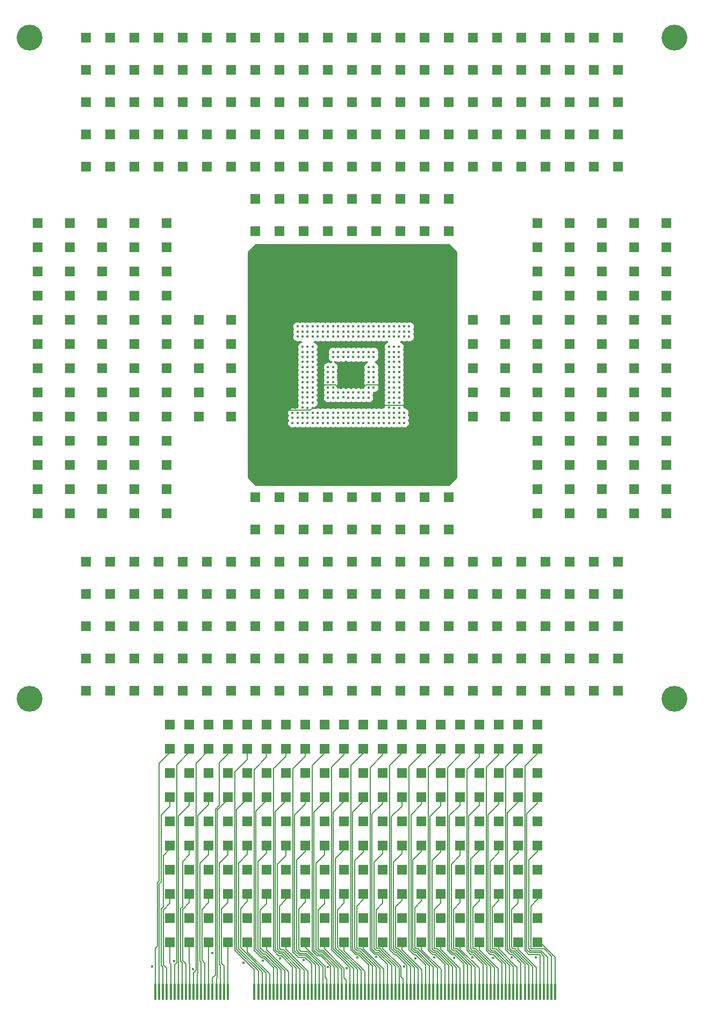
<source format=gbl>
G04 (created by PCBNEW (2012-oct-18)-testing) date Mon 18 Feb 2013 10:37:03 UTC*
%MOIN*%
G04 Gerber Fmt 3.4, Leading zero omitted, Abs format*
%FSLAX34Y34*%
G01*
G70*
G90*
G04 APERTURE LIST*
%ADD10C,0.006*%
%ADD11R,0.0177X0.1003*%
%ADD12R,0.06X0.06*%
%ADD13C,0.16*%
%ADD14C,0.0145*%
%ADD15C,0.008*%
%ADD16C,0.01*%
G04 APERTURE END LIST*
G54D10*
G54D11*
X108800Y-85367D03*
X109035Y-85367D03*
X109271Y-85367D03*
X109508Y-85367D03*
X109744Y-85367D03*
X109980Y-85367D03*
X110216Y-85367D03*
X110452Y-85367D03*
X110689Y-85367D03*
X110925Y-85367D03*
X111161Y-85367D03*
X111397Y-85367D03*
X111634Y-85367D03*
X111870Y-85367D03*
X112106Y-85367D03*
X112342Y-85367D03*
X112578Y-85367D03*
X112815Y-85367D03*
X113051Y-85367D03*
X113287Y-85367D03*
X114941Y-85367D03*
X115177Y-85367D03*
X115413Y-85367D03*
X115649Y-85367D03*
X115886Y-85367D03*
X116122Y-85367D03*
X116358Y-85367D03*
X116594Y-85367D03*
X116830Y-85367D03*
X117067Y-85367D03*
X117303Y-85367D03*
X117539Y-85367D03*
X117775Y-85367D03*
X118012Y-85367D03*
X118248Y-85367D03*
X118484Y-85367D03*
X118720Y-85367D03*
X118956Y-85367D03*
X119193Y-85367D03*
X119429Y-85367D03*
X119665Y-85367D03*
X119901Y-85367D03*
X120137Y-85367D03*
X120374Y-85367D03*
X120610Y-85367D03*
X120846Y-85367D03*
X121082Y-85367D03*
X121318Y-85367D03*
X121554Y-85367D03*
X121790Y-85367D03*
X122026Y-85367D03*
X122262Y-85367D03*
X122499Y-85367D03*
X122735Y-85367D03*
X122971Y-85367D03*
X123207Y-85367D03*
X123444Y-85367D03*
X123680Y-85367D03*
X123916Y-85367D03*
X124152Y-85367D03*
X124388Y-85367D03*
X124625Y-85367D03*
X124861Y-85367D03*
X125097Y-85367D03*
X125333Y-85367D03*
X125570Y-85367D03*
X125806Y-85367D03*
X126042Y-85367D03*
X126278Y-85367D03*
X126514Y-85367D03*
X126751Y-85367D03*
X126987Y-85367D03*
X127223Y-85367D03*
X127459Y-85367D03*
X127696Y-85367D03*
X127932Y-85367D03*
X128168Y-85367D03*
X128404Y-85367D03*
X128640Y-85367D03*
X128877Y-85367D03*
X129113Y-85367D03*
X129349Y-85367D03*
X129585Y-85367D03*
X129822Y-85367D03*
X130058Y-85367D03*
X130294Y-85367D03*
X130530Y-85367D03*
X130766Y-85367D03*
X131003Y-85367D03*
X131239Y-85367D03*
X131475Y-85367D03*
X131711Y-85367D03*
X131948Y-85367D03*
X132184Y-85367D03*
X132420Y-85367D03*
X132656Y-85367D03*
X132892Y-85367D03*
X133129Y-85367D03*
X133365Y-85367D03*
X133601Y-85367D03*
G54D12*
X109500Y-45200D03*
X109500Y-37700D03*
X109500Y-39200D03*
X109500Y-42200D03*
X109500Y-43700D03*
X109500Y-46700D03*
X107500Y-37700D03*
X107500Y-39200D03*
X107500Y-42200D03*
X107500Y-43700D03*
X107500Y-45200D03*
X107500Y-46700D03*
X101500Y-49700D03*
X101500Y-37700D03*
X101500Y-39200D03*
X101500Y-42200D03*
X101500Y-43700D03*
X101500Y-45200D03*
X101500Y-46700D03*
X137500Y-66700D03*
X137500Y-64700D03*
X137500Y-62700D03*
X137500Y-60700D03*
X137500Y-58700D03*
X136000Y-66700D03*
X136000Y-64700D03*
X136000Y-62700D03*
X136000Y-60700D03*
X105500Y-37700D03*
X105500Y-39200D03*
X105500Y-42200D03*
X105500Y-43700D03*
X105500Y-45200D03*
X105500Y-46700D03*
X103500Y-37700D03*
X103500Y-39200D03*
X103500Y-42200D03*
X103500Y-43700D03*
X103500Y-45200D03*
X103500Y-46700D03*
X136000Y-58700D03*
X115000Y-34200D03*
X122500Y-30200D03*
X121000Y-34200D03*
X121000Y-32200D03*
X121000Y-30200D03*
X119500Y-34200D03*
X119500Y-32200D03*
X119500Y-30200D03*
X118000Y-34200D03*
X118000Y-32200D03*
X118000Y-30200D03*
X116500Y-34200D03*
X116500Y-32200D03*
X116500Y-30200D03*
X122500Y-32200D03*
X115000Y-32200D03*
X115000Y-30200D03*
X113500Y-34200D03*
X113500Y-32200D03*
X113500Y-30200D03*
X112000Y-34200D03*
X112000Y-32200D03*
X112000Y-30200D03*
X110500Y-34200D03*
X110500Y-32200D03*
X110500Y-30200D03*
X109000Y-34200D03*
X109000Y-32200D03*
X128500Y-34200D03*
X136000Y-30200D03*
X134500Y-34200D03*
X134500Y-32200D03*
X134500Y-30200D03*
X133000Y-34200D03*
X133000Y-32200D03*
X133000Y-30200D03*
X131500Y-34200D03*
X131500Y-32200D03*
X131500Y-30200D03*
X130000Y-34200D03*
X130000Y-32200D03*
X130000Y-30200D03*
X109000Y-30200D03*
X128500Y-32200D03*
X128500Y-30200D03*
X127000Y-34200D03*
X127000Y-32200D03*
X127000Y-30200D03*
X125500Y-34200D03*
X125500Y-32200D03*
X125500Y-30200D03*
X124000Y-34200D03*
X124000Y-32200D03*
X124000Y-30200D03*
X122500Y-34200D03*
X125500Y-26200D03*
X110500Y-28200D03*
X109000Y-28200D03*
X107500Y-28200D03*
X106000Y-28200D03*
X104500Y-28200D03*
X137500Y-26200D03*
X136000Y-26200D03*
X134500Y-26200D03*
X133000Y-26200D03*
X131500Y-26200D03*
X130000Y-26200D03*
X127000Y-26200D03*
X128500Y-26200D03*
X112000Y-28200D03*
X124000Y-26200D03*
X122500Y-26200D03*
X121000Y-26200D03*
X119500Y-26200D03*
X116500Y-26200D03*
X118000Y-26200D03*
X115000Y-26200D03*
X113500Y-26200D03*
X112000Y-26200D03*
X110500Y-26200D03*
X109000Y-26200D03*
X106000Y-26200D03*
X107500Y-26200D03*
X131500Y-28200D03*
X107500Y-34200D03*
X107500Y-32200D03*
X107500Y-30200D03*
X106000Y-34200D03*
X106000Y-32200D03*
X106000Y-30200D03*
X104500Y-34200D03*
X104500Y-32200D03*
X104500Y-30200D03*
X137500Y-28200D03*
X136000Y-28200D03*
X134500Y-28200D03*
X133000Y-28200D03*
X136000Y-32200D03*
X130000Y-28200D03*
X128500Y-28200D03*
X127000Y-28200D03*
X125500Y-28200D03*
X124000Y-28200D03*
X122500Y-28200D03*
X121000Y-28200D03*
X119500Y-28200D03*
X118000Y-28200D03*
X116500Y-28200D03*
X115000Y-28200D03*
X113500Y-28200D03*
X122500Y-66700D03*
X127000Y-62700D03*
X127000Y-60700D03*
X127000Y-58700D03*
X125500Y-66700D03*
X125500Y-64700D03*
X125500Y-62700D03*
X125500Y-60700D03*
X125500Y-58700D03*
X124000Y-66700D03*
X124000Y-64700D03*
X124000Y-62700D03*
X124000Y-60700D03*
X124000Y-58700D03*
X127000Y-64700D03*
X122500Y-64700D03*
X122500Y-62700D03*
X122500Y-60700D03*
X122500Y-58700D03*
X121000Y-66700D03*
X121000Y-64700D03*
X121000Y-62700D03*
X121000Y-60700D03*
X121000Y-58700D03*
X119500Y-66700D03*
X119500Y-64700D03*
X119500Y-62700D03*
X119500Y-60700D03*
X131500Y-60700D03*
X134500Y-66700D03*
X134500Y-64700D03*
X134500Y-62700D03*
X134500Y-60700D03*
X134500Y-58700D03*
X133000Y-66700D03*
X133000Y-64700D03*
X133000Y-62700D03*
X133000Y-60700D03*
X133000Y-58700D03*
X131500Y-66700D03*
X131500Y-64700D03*
X131500Y-62700D03*
X119500Y-58700D03*
X131500Y-58700D03*
X130000Y-66700D03*
X130000Y-64700D03*
X130000Y-62700D03*
X130000Y-60700D03*
X130000Y-58700D03*
X128500Y-66700D03*
X128500Y-64700D03*
X128500Y-62700D03*
X128500Y-60700D03*
X128500Y-58700D03*
X127000Y-66700D03*
X106000Y-66700D03*
X110500Y-62700D03*
X110500Y-60700D03*
X110500Y-58700D03*
X109000Y-66700D03*
X109000Y-64700D03*
X109000Y-62700D03*
X109000Y-60700D03*
X109000Y-58700D03*
X107500Y-66700D03*
X107500Y-64700D03*
X107500Y-62700D03*
X107500Y-60700D03*
X107500Y-58700D03*
X110500Y-64700D03*
X106000Y-64700D03*
X106000Y-62700D03*
X106000Y-60700D03*
X106000Y-58700D03*
X104500Y-66700D03*
X104500Y-64700D03*
X104500Y-62700D03*
X104500Y-60700D03*
X104500Y-58700D03*
X137500Y-34200D03*
X137500Y-32200D03*
X137500Y-30200D03*
X136000Y-34200D03*
X115000Y-60700D03*
X118000Y-66700D03*
X118000Y-64700D03*
X118000Y-62700D03*
X118000Y-60700D03*
X118000Y-58700D03*
X116500Y-66700D03*
X116500Y-64700D03*
X116500Y-62700D03*
X116500Y-60700D03*
X116500Y-58700D03*
X115000Y-66700D03*
X115000Y-64700D03*
X115000Y-62700D03*
X104500Y-26200D03*
X115000Y-58700D03*
X113500Y-66700D03*
X113500Y-64700D03*
X113500Y-62700D03*
X113500Y-60700D03*
X113500Y-58700D03*
X112000Y-66700D03*
X112000Y-64700D03*
X112000Y-62700D03*
X112000Y-60700D03*
X112000Y-58700D03*
X110500Y-66700D03*
X134500Y-51200D03*
X132500Y-45200D03*
X132500Y-43700D03*
X132500Y-42200D03*
X132500Y-40700D03*
X132500Y-39200D03*
X132500Y-37700D03*
X134500Y-55700D03*
X136500Y-54200D03*
X134500Y-52700D03*
X132500Y-46700D03*
X134500Y-49700D03*
X134500Y-48200D03*
X134500Y-46700D03*
X134500Y-45200D03*
X134500Y-43700D03*
X134500Y-42200D03*
X134500Y-40700D03*
X134500Y-39200D03*
X134500Y-37700D03*
X127000Y-38200D03*
X125500Y-38200D03*
X125500Y-36200D03*
X127000Y-56700D03*
X127000Y-54700D03*
X130500Y-49700D03*
X130500Y-48200D03*
X130500Y-46700D03*
X130500Y-45200D03*
X130500Y-43700D03*
X136500Y-55700D03*
X127000Y-36200D03*
X132500Y-54200D03*
X132500Y-55700D03*
X134500Y-54200D03*
X132500Y-52700D03*
X132500Y-51200D03*
X132500Y-49700D03*
X132500Y-48200D03*
X140500Y-51200D03*
X138500Y-45200D03*
X138500Y-43700D03*
X138500Y-42200D03*
X138500Y-40700D03*
X138500Y-39200D03*
X138500Y-37700D03*
X140500Y-55700D03*
X101500Y-54200D03*
X140500Y-52700D03*
X138500Y-46700D03*
X140500Y-49700D03*
X140500Y-48200D03*
X140500Y-46700D03*
X140500Y-45200D03*
X140500Y-43700D03*
X140500Y-42200D03*
X140500Y-40700D03*
X140500Y-39200D03*
X140500Y-37700D03*
X136500Y-40700D03*
X138500Y-54200D03*
X136500Y-52700D03*
X136500Y-51200D03*
X136500Y-49700D03*
X136500Y-48200D03*
X136500Y-46700D03*
X136500Y-45200D03*
X136500Y-43700D03*
X136500Y-42200D03*
X128500Y-43700D03*
X136500Y-39200D03*
X136500Y-37700D03*
X138500Y-55700D03*
X140500Y-54200D03*
X138500Y-52700D03*
X138500Y-51200D03*
X138500Y-49700D03*
X138500Y-48200D03*
X109500Y-51200D03*
X107500Y-55700D03*
X109500Y-54200D03*
X107500Y-52700D03*
X107500Y-51200D03*
X107500Y-49700D03*
X107500Y-48200D03*
X107500Y-40700D03*
X109500Y-55700D03*
X109500Y-52700D03*
X105500Y-40700D03*
X109500Y-49700D03*
X109500Y-48200D03*
X109500Y-40700D03*
X115000Y-56700D03*
X115000Y-54700D03*
X111500Y-49700D03*
X111500Y-48200D03*
X111500Y-46700D03*
X111500Y-45200D03*
X103500Y-49700D03*
X103500Y-54200D03*
X101500Y-52700D03*
X101500Y-51200D03*
X101500Y-48200D03*
X101500Y-40700D03*
X103500Y-55700D03*
X105500Y-54200D03*
X103500Y-52700D03*
X103500Y-51200D03*
X111500Y-43700D03*
X103500Y-48200D03*
X103500Y-40700D03*
X105500Y-55700D03*
X107500Y-54200D03*
X105500Y-52700D03*
X105500Y-51200D03*
X105500Y-49700D03*
X105500Y-48200D03*
X124000Y-54700D03*
X121000Y-56700D03*
X121000Y-54700D03*
X121000Y-38200D03*
X121000Y-36200D03*
X122500Y-56700D03*
X122500Y-54700D03*
X122500Y-38200D03*
X122500Y-36200D03*
X124000Y-56700D03*
X119500Y-36200D03*
X124000Y-38200D03*
X124000Y-36200D03*
X125500Y-56700D03*
X125500Y-54700D03*
X128500Y-49700D03*
X128500Y-48200D03*
X128500Y-46700D03*
X128500Y-45200D03*
X116500Y-38200D03*
X115000Y-38200D03*
X115000Y-36200D03*
X116500Y-56700D03*
X116500Y-54700D03*
X113500Y-49700D03*
X113500Y-48200D03*
X113500Y-46700D03*
X113500Y-45200D03*
X113500Y-43700D03*
X101500Y-55700D03*
X116500Y-36200D03*
X118000Y-56700D03*
X118000Y-54700D03*
X118000Y-38200D03*
X118000Y-36200D03*
X119500Y-56700D03*
X119500Y-54700D03*
X119500Y-38200D03*
G54D13*
X101000Y-26200D03*
X141000Y-26200D03*
X101000Y-67200D03*
X141000Y-67200D03*
G54D12*
X125300Y-82300D03*
X124100Y-79300D03*
X124100Y-77800D03*
X124100Y-82300D03*
X124100Y-80800D03*
X125300Y-70300D03*
X125300Y-68800D03*
X125300Y-73300D03*
X125300Y-71800D03*
X125300Y-76300D03*
X125300Y-74800D03*
X125300Y-79300D03*
X125300Y-77800D03*
X124100Y-74800D03*
X125300Y-80800D03*
X126500Y-70300D03*
X126500Y-68800D03*
X126500Y-73300D03*
X126500Y-71800D03*
X126500Y-76300D03*
X126500Y-74800D03*
X126500Y-79300D03*
X126500Y-77800D03*
X126500Y-82300D03*
X126500Y-80800D03*
X122900Y-71800D03*
X121700Y-68800D03*
X121700Y-73300D03*
X121700Y-71800D03*
X121700Y-76300D03*
X121700Y-74800D03*
X121700Y-79300D03*
X121700Y-77800D03*
X121700Y-82300D03*
X121700Y-80800D03*
X122900Y-70300D03*
X122900Y-68800D03*
X122900Y-73300D03*
X127700Y-70300D03*
X122900Y-76300D03*
X122900Y-74800D03*
X122900Y-79300D03*
X122900Y-77800D03*
X122900Y-82300D03*
X122900Y-80800D03*
X124100Y-70300D03*
X124100Y-68800D03*
X124100Y-73300D03*
X124100Y-71800D03*
X124100Y-76300D03*
X131300Y-82300D03*
X130100Y-79300D03*
X130100Y-77800D03*
X130100Y-82300D03*
X130100Y-80800D03*
X131300Y-70300D03*
X131300Y-68800D03*
X131300Y-73300D03*
X131300Y-71800D03*
X131300Y-76300D03*
X131300Y-74800D03*
X131300Y-79300D03*
X131300Y-77800D03*
X130100Y-74800D03*
X131300Y-80800D03*
X132500Y-70300D03*
X132500Y-68800D03*
X132500Y-73300D03*
X132500Y-71800D03*
X132500Y-76300D03*
X132500Y-74800D03*
X132500Y-79300D03*
X132500Y-77800D03*
X132500Y-82300D03*
X132500Y-80800D03*
X128900Y-71800D03*
X127700Y-68800D03*
X127700Y-73300D03*
X127700Y-71800D03*
X127700Y-76300D03*
X127700Y-74800D03*
X127700Y-79300D03*
X127700Y-77800D03*
X127700Y-82300D03*
X127700Y-80800D03*
X128900Y-70300D03*
X128900Y-68800D03*
X128900Y-73300D03*
X121700Y-70300D03*
X128900Y-76300D03*
X128900Y-74800D03*
X128900Y-79300D03*
X128900Y-77800D03*
X128900Y-82300D03*
X128900Y-80800D03*
X130100Y-70300D03*
X130100Y-68800D03*
X130100Y-73300D03*
X130100Y-71800D03*
X130100Y-76300D03*
X113300Y-82300D03*
X112100Y-79300D03*
X112100Y-77800D03*
X112100Y-82300D03*
X112100Y-80800D03*
X113300Y-70300D03*
X113300Y-68800D03*
X113300Y-73300D03*
X113300Y-71800D03*
X113300Y-76300D03*
X113300Y-74800D03*
X113300Y-79300D03*
X113300Y-77800D03*
X112100Y-74800D03*
X113300Y-80800D03*
X114500Y-70300D03*
X114500Y-68800D03*
X114500Y-73300D03*
X114500Y-71800D03*
X114500Y-76300D03*
X114500Y-74800D03*
X114500Y-79300D03*
X114500Y-77800D03*
X114500Y-82300D03*
X114500Y-80800D03*
X110900Y-71800D03*
X109700Y-68800D03*
X109700Y-73300D03*
X109700Y-71800D03*
X109700Y-76300D03*
X109700Y-74800D03*
X109700Y-79300D03*
X109700Y-77800D03*
X109700Y-82300D03*
X109700Y-80800D03*
X110900Y-70300D03*
X110900Y-68800D03*
X110900Y-73300D03*
X115700Y-70300D03*
X110900Y-76300D03*
X110900Y-74800D03*
X110900Y-79300D03*
X110900Y-77800D03*
X110900Y-82300D03*
X110900Y-80800D03*
X112100Y-70300D03*
X112100Y-68800D03*
X112100Y-73300D03*
X112100Y-71800D03*
X112100Y-76300D03*
X119300Y-82300D03*
X118100Y-79300D03*
X118100Y-77800D03*
X118100Y-82300D03*
X118100Y-80800D03*
X119300Y-70300D03*
X119300Y-68800D03*
X119300Y-73300D03*
X119300Y-71800D03*
X119300Y-76300D03*
X119300Y-74800D03*
X119300Y-79300D03*
X119300Y-77800D03*
X118100Y-74800D03*
X119300Y-80800D03*
X120500Y-70300D03*
X120500Y-68800D03*
X120500Y-73300D03*
X120500Y-71800D03*
X120500Y-76300D03*
X120500Y-74800D03*
X120500Y-79300D03*
X120500Y-77800D03*
X120500Y-82300D03*
X120500Y-80800D03*
X116900Y-71800D03*
X115700Y-68800D03*
X115700Y-73300D03*
X115700Y-71800D03*
X115700Y-76300D03*
X115700Y-74800D03*
X115700Y-79300D03*
X115700Y-77800D03*
X115700Y-82300D03*
X115700Y-80800D03*
X116900Y-70300D03*
X116900Y-68800D03*
X116900Y-73300D03*
X109700Y-70300D03*
X116900Y-76300D03*
X116900Y-74800D03*
X116900Y-79300D03*
X116900Y-77800D03*
X116900Y-82300D03*
X116900Y-80800D03*
X118100Y-70300D03*
X118100Y-68800D03*
X118100Y-73300D03*
X118100Y-71800D03*
X118100Y-76300D03*
G54D14*
X117925Y-48845D03*
X117925Y-49160D03*
X118240Y-49165D03*
X118555Y-48850D03*
X118240Y-48850D03*
X123280Y-49162D03*
X123596Y-49164D03*
X123910Y-49164D03*
X118555Y-47590D03*
X118555Y-47905D03*
X118240Y-47905D03*
X117925Y-47905D03*
X118240Y-47590D03*
X117925Y-47590D03*
X118240Y-48220D03*
X117925Y-48530D03*
X118240Y-48530D03*
X118555Y-48530D03*
X118555Y-48220D03*
X117925Y-48220D03*
X123280Y-47590D03*
X123596Y-47588D03*
X123910Y-47588D03*
X123910Y-46960D03*
X123596Y-46960D03*
X123280Y-46958D03*
X123910Y-47904D03*
X123280Y-47274D03*
X123596Y-47274D03*
X123910Y-47272D03*
X123910Y-48532D03*
X123596Y-48532D03*
X123280Y-48532D03*
X123282Y-48848D03*
X123596Y-48848D03*
X123910Y-48848D03*
X123596Y-48218D03*
X123596Y-47904D03*
X123280Y-47906D03*
X123280Y-48218D03*
X123910Y-48218D03*
X123280Y-49480D03*
X123595Y-49790D03*
X123595Y-50105D03*
X123280Y-49790D03*
X123280Y-50105D03*
X124225Y-49790D03*
X123910Y-49480D03*
X123910Y-49790D03*
X123910Y-50105D03*
X124225Y-50105D03*
X123595Y-49480D03*
X122335Y-49480D03*
X122340Y-49790D03*
X122335Y-50105D03*
X122020Y-50105D03*
X122965Y-49480D03*
X122965Y-50105D03*
X122965Y-49790D03*
X122650Y-49480D03*
X122650Y-49790D03*
X122650Y-50105D03*
X118240Y-46645D03*
X117925Y-46645D03*
X118555Y-46645D03*
X118555Y-46330D03*
X118240Y-46330D03*
X117925Y-46330D03*
X118555Y-47275D03*
X118240Y-47275D03*
X117925Y-47275D03*
X118555Y-46960D03*
X118240Y-46960D03*
X117925Y-46960D03*
X118240Y-45385D03*
X117925Y-45700D03*
X118556Y-45385D03*
X117925Y-45385D03*
X124220Y-49475D03*
X117925Y-46015D03*
X118555Y-46015D03*
X118240Y-46015D03*
X118555Y-45700D03*
X118240Y-45700D03*
X119500Y-47905D03*
X122336Y-46958D03*
X122020Y-46644D03*
X122334Y-46644D03*
X119815Y-47905D03*
X119815Y-47590D03*
X119500Y-47590D03*
X119815Y-47275D03*
X119500Y-47275D03*
X118242Y-44754D03*
X122338Y-47904D03*
X122022Y-47904D03*
X122336Y-47590D03*
X122022Y-47588D03*
X122022Y-47274D03*
X122338Y-47274D03*
X122022Y-46960D03*
X120760Y-48220D03*
X121390Y-48220D03*
X121390Y-48535D03*
X121075Y-48535D03*
X121075Y-48215D03*
X121705Y-48535D03*
X120760Y-48535D03*
X120445Y-48220D03*
X120445Y-48530D03*
X119815Y-46960D03*
X119500Y-46960D03*
X119815Y-46645D03*
X119500Y-46645D03*
X122020Y-48220D03*
X122020Y-48535D03*
X121705Y-48215D03*
X124210Y-83820D03*
X122500Y-83220D03*
X121340Y-83250D03*
X120670Y-83930D03*
X119490Y-83850D03*
X129720Y-83290D03*
X128460Y-83260D03*
X127320Y-83280D03*
X126090Y-83250D03*
X124910Y-83300D03*
X111130Y-83970D03*
X109950Y-83490D03*
X108600Y-83800D03*
X117980Y-83410D03*
X116530Y-83300D03*
X120135Y-48220D03*
X115460Y-83450D03*
X114250Y-83570D03*
X112320Y-82970D03*
X123280Y-45384D03*
X123594Y-45384D03*
X123908Y-45384D03*
X123908Y-45700D03*
X123594Y-45700D03*
X123596Y-46644D03*
X123910Y-46330D03*
X123280Y-46646D03*
X123910Y-46644D03*
X123280Y-45700D03*
X123278Y-46014D03*
X123594Y-46014D03*
X123908Y-46014D03*
X123278Y-46330D03*
X123594Y-46328D03*
X122018Y-46016D03*
X122020Y-45700D03*
X121702Y-46014D03*
X121704Y-45700D03*
X121388Y-46014D03*
X121390Y-45700D03*
X121074Y-46014D03*
X121074Y-45700D03*
X120760Y-46014D03*
X119500Y-48215D03*
X120130Y-48535D03*
X119815Y-48215D03*
X119815Y-48535D03*
X119500Y-48535D03*
X122334Y-46016D03*
X122336Y-45698D03*
X120130Y-46016D03*
X120760Y-45700D03*
X120444Y-46014D03*
X120444Y-45700D03*
X120130Y-45700D03*
X119816Y-46016D03*
X119816Y-45700D03*
X121705Y-47903D03*
X120130Y-47903D03*
X118555Y-49165D03*
X121390Y-46644D03*
X121706Y-47588D03*
X121390Y-47590D03*
X121076Y-47588D03*
X120760Y-47588D03*
X120446Y-47588D03*
X121706Y-47274D03*
X121390Y-47274D03*
X121076Y-47274D03*
X120762Y-47274D03*
X120448Y-47274D03*
X120132Y-47274D03*
X121706Y-46960D03*
X121390Y-46960D03*
X121078Y-46958D03*
X120762Y-46960D03*
X120132Y-46958D03*
X120446Y-46958D03*
X121076Y-46644D03*
X120760Y-46644D03*
X118555Y-44125D03*
X118555Y-44440D03*
X118556Y-44754D03*
X118870Y-44125D03*
X117925Y-44125D03*
X117925Y-44440D03*
X117926Y-44754D03*
X118240Y-44125D03*
X118240Y-44440D03*
X119816Y-44754D03*
X119816Y-44440D03*
X119816Y-44126D03*
X119500Y-44754D03*
X119500Y-44440D03*
X119500Y-44124D03*
X120130Y-44754D03*
X120444Y-44754D03*
X120446Y-44440D03*
X120446Y-44124D03*
X120130Y-44440D03*
X120130Y-44126D03*
X117610Y-44125D03*
X117610Y-44440D03*
X117612Y-44754D03*
X119186Y-44124D03*
X119186Y-44754D03*
X119186Y-44438D03*
X118870Y-44754D03*
X118870Y-44440D03*
X118870Y-50105D03*
X119185Y-50105D03*
X118870Y-49790D03*
X118870Y-49480D03*
X118555Y-49480D03*
X119500Y-49790D03*
X119500Y-50105D03*
X118555Y-49790D03*
X119500Y-49480D03*
X119185Y-49480D03*
X119185Y-49790D03*
X117925Y-49790D03*
X117925Y-50105D03*
X117610Y-50105D03*
X117925Y-49480D03*
X117295Y-49790D03*
X118555Y-50105D03*
X118240Y-50105D03*
X118240Y-49790D03*
X118240Y-49480D03*
X121390Y-49790D03*
X121390Y-50105D03*
X121075Y-50105D03*
X121075Y-49790D03*
X121075Y-49480D03*
X121705Y-50105D03*
X122020Y-49790D03*
X122020Y-49480D03*
X121705Y-49790D03*
X121705Y-49480D03*
X121390Y-49480D03*
X120130Y-49475D03*
X120130Y-49790D03*
X120130Y-50105D03*
X119820Y-49480D03*
X119815Y-49790D03*
X119820Y-50105D03*
X120445Y-49480D03*
X120760Y-50105D03*
X120760Y-49795D03*
X120760Y-49480D03*
X117610Y-49795D03*
X120445Y-49790D03*
X120445Y-50105D03*
X122020Y-44440D03*
X122020Y-44124D03*
X122020Y-44754D03*
X121706Y-44754D03*
X121704Y-44440D03*
X121706Y-44124D03*
X122650Y-44754D03*
X122650Y-44124D03*
X122650Y-44440D03*
X122336Y-44754D03*
X122336Y-44440D03*
X122336Y-44124D03*
X120760Y-44440D03*
X121076Y-44440D03*
X121076Y-44124D03*
X120760Y-44754D03*
X120760Y-44124D03*
X121390Y-44126D03*
X121390Y-44440D03*
X121390Y-44754D03*
X121076Y-44754D03*
X124224Y-44124D03*
X124224Y-44440D03*
X124224Y-44756D03*
X123908Y-44754D03*
X123910Y-44440D03*
X117610Y-49480D03*
X117295Y-49480D03*
X117295Y-50105D03*
X124542Y-44754D03*
X124538Y-44440D03*
X124538Y-44126D03*
X122966Y-44756D03*
X123280Y-44440D03*
X123280Y-44126D03*
X122964Y-44440D03*
X122964Y-44126D03*
X123910Y-44124D03*
X123594Y-44124D03*
X123594Y-44440D03*
X123594Y-44754D03*
X123280Y-44754D03*
X130890Y-83250D03*
X132400Y-83260D03*
G54D15*
X118550Y-49165D02*
X118550Y-49170D01*
X122881Y-49005D02*
X122593Y-48717D01*
X124749Y-49005D02*
X122881Y-49005D01*
X124938Y-49194D02*
X124749Y-49005D01*
X124938Y-50756D02*
X124938Y-49194D01*
X124601Y-51093D02*
X124938Y-50756D01*
X117183Y-51093D02*
X124601Y-51093D01*
X116856Y-50766D02*
X117183Y-51093D01*
X116856Y-49487D02*
X116856Y-50766D01*
X117018Y-49325D02*
X116856Y-49487D01*
X118395Y-49325D02*
X117018Y-49325D01*
X118550Y-49170D02*
X118395Y-49325D01*
X119133Y-48852D02*
X122459Y-48852D01*
X122459Y-48852D02*
X122593Y-48717D01*
X122723Y-47562D02*
X122724Y-47562D01*
X122593Y-48717D02*
X122723Y-48588D01*
X122723Y-48588D02*
X122723Y-47562D01*
X119133Y-47601D02*
X119133Y-48852D01*
X119133Y-48852D02*
X119133Y-48904D01*
X118872Y-49165D02*
X118550Y-49165D01*
X118550Y-49165D02*
X118555Y-49165D01*
X119133Y-48904D02*
X118872Y-49165D01*
X122724Y-47562D02*
X122724Y-47656D01*
X122724Y-47656D02*
X122634Y-47746D01*
X122634Y-47746D02*
X121862Y-47746D01*
X121862Y-47746D02*
X121705Y-47903D01*
X122724Y-45353D02*
X122724Y-47562D01*
X119133Y-47601D02*
X119133Y-45381D01*
X119133Y-45381D02*
X119217Y-45297D01*
X119217Y-45297D02*
X122668Y-45297D01*
X122668Y-45297D02*
X122724Y-45353D01*
X119133Y-47670D02*
X119133Y-47601D01*
X119211Y-47748D02*
X119133Y-47670D01*
X119975Y-47748D02*
X119211Y-47748D01*
X120130Y-47903D02*
X119975Y-47748D01*
X128900Y-82300D02*
X128900Y-82790D01*
X130058Y-83948D02*
X130058Y-85367D01*
X128900Y-82790D02*
X130058Y-83948D01*
X130100Y-70300D02*
X130100Y-70670D01*
X130294Y-83602D02*
X130294Y-85367D01*
X129771Y-83080D02*
X130294Y-83602D01*
X129570Y-83080D02*
X129771Y-83080D01*
X129319Y-82829D02*
X129570Y-83080D01*
X129319Y-71450D02*
X129319Y-82829D01*
X130100Y-70670D02*
X129319Y-71450D01*
X130100Y-73300D02*
X130100Y-73740D01*
X130530Y-83669D02*
X130530Y-85367D01*
X129820Y-82960D02*
X130530Y-83669D01*
X129620Y-82960D02*
X129820Y-82960D01*
X129439Y-82779D02*
X129620Y-82960D01*
X129439Y-74400D02*
X129439Y-82779D01*
X130100Y-73740D02*
X129439Y-74400D01*
X130100Y-76300D02*
X130100Y-76760D01*
X130766Y-83735D02*
X130766Y-85367D01*
X129870Y-82840D02*
X130766Y-83735D01*
X129670Y-82840D02*
X129870Y-82840D01*
X129559Y-82729D02*
X129670Y-82840D01*
X129559Y-77300D02*
X129559Y-82729D01*
X130100Y-76760D02*
X129559Y-77300D01*
X130100Y-79300D02*
X130100Y-79730D01*
X131003Y-83802D02*
X131003Y-85367D01*
X129920Y-82720D02*
X131003Y-83802D01*
X129720Y-82720D02*
X129920Y-82720D01*
X129680Y-82680D02*
X129720Y-82720D01*
X129680Y-80150D02*
X129680Y-82680D01*
X130100Y-79730D02*
X129680Y-80150D01*
X130100Y-82300D02*
X130100Y-82730D01*
X131239Y-83869D02*
X131239Y-85367D01*
X130100Y-82730D02*
X131239Y-83869D01*
X128900Y-79300D02*
X128900Y-79740D01*
X129822Y-83881D02*
X129822Y-85367D01*
X128660Y-82720D02*
X129822Y-83881D01*
X128520Y-82720D02*
X128660Y-82720D01*
X128480Y-82680D02*
X128520Y-82720D01*
X128480Y-80160D02*
X128480Y-82680D01*
X128900Y-79740D02*
X128480Y-80160D01*
X131300Y-70300D02*
X131300Y-70650D01*
X131475Y-83603D02*
X131475Y-85367D01*
X130951Y-83080D02*
X131475Y-83603D01*
X130830Y-83080D02*
X130951Y-83080D01*
X130519Y-82769D02*
X130830Y-83080D01*
X130519Y-71430D02*
X130519Y-82769D01*
X131300Y-70650D02*
X130519Y-71430D01*
X131300Y-73300D02*
X131300Y-73620D01*
X131711Y-83670D02*
X131711Y-85367D01*
X131000Y-82960D02*
X131711Y-83670D01*
X130880Y-82960D02*
X131000Y-82960D01*
X130639Y-82719D02*
X130880Y-82960D01*
X130639Y-74280D02*
X130639Y-82719D01*
X131300Y-73620D02*
X130639Y-74280D01*
X131300Y-76300D02*
X131300Y-76740D01*
X131948Y-83737D02*
X131948Y-85367D01*
X131050Y-82840D02*
X131948Y-83737D01*
X130930Y-82840D02*
X131050Y-82840D01*
X130759Y-82669D02*
X130930Y-82840D01*
X130759Y-77280D02*
X130759Y-82669D01*
X131300Y-76740D02*
X130759Y-77280D01*
X131300Y-79300D02*
X131300Y-79870D01*
X132184Y-83803D02*
X132184Y-85367D01*
X131100Y-82720D02*
X132184Y-83803D01*
X130980Y-82720D02*
X131100Y-82720D01*
X130880Y-82620D02*
X130980Y-82720D01*
X130880Y-80290D02*
X130880Y-82620D01*
X131300Y-79870D02*
X130880Y-80290D01*
X131300Y-82300D02*
X131300Y-82750D01*
X132420Y-83870D02*
X132420Y-85367D01*
X131300Y-82750D02*
X132420Y-83870D01*
X132500Y-70300D02*
X132500Y-70600D01*
X132656Y-83105D02*
X132656Y-85367D01*
X132630Y-83080D02*
X132656Y-83105D01*
X131970Y-83080D02*
X132630Y-83080D01*
X131719Y-82829D02*
X131970Y-83080D01*
X131719Y-71380D02*
X131719Y-82829D01*
X132500Y-70600D02*
X131719Y-71380D01*
X127700Y-76300D02*
X127700Y-76930D01*
X128404Y-83783D02*
X128404Y-85367D01*
X127470Y-82850D02*
X128404Y-83783D01*
X127280Y-82850D02*
X127470Y-82850D01*
X127159Y-82729D02*
X127280Y-82850D01*
X127159Y-77470D02*
X127159Y-82729D01*
X127700Y-76930D02*
X127159Y-77470D01*
X126500Y-73300D02*
X126500Y-73840D01*
X126987Y-83746D02*
X126987Y-85367D01*
X126200Y-82960D02*
X126987Y-83746D01*
X126030Y-82960D02*
X126200Y-82960D01*
X125839Y-82769D02*
X126030Y-82960D01*
X125839Y-74500D02*
X125839Y-82769D01*
X126500Y-73840D02*
X125839Y-74500D01*
X126500Y-76300D02*
X126500Y-76720D01*
X127223Y-83812D02*
X127223Y-85367D01*
X126250Y-82840D02*
X127223Y-83812D01*
X126080Y-82840D02*
X126250Y-82840D01*
X125959Y-82719D02*
X126080Y-82840D01*
X125959Y-77260D02*
X125959Y-82719D01*
X126500Y-76720D02*
X125959Y-77260D01*
X126500Y-79300D02*
X126500Y-79870D01*
X127459Y-83878D02*
X127459Y-85367D01*
X126300Y-82720D02*
X127459Y-83878D01*
X126130Y-82720D02*
X126300Y-82720D01*
X126080Y-82670D02*
X126130Y-82720D01*
X126080Y-80290D02*
X126080Y-82670D01*
X126500Y-79870D02*
X126080Y-80290D01*
X126500Y-82300D02*
X126500Y-82750D01*
X127696Y-83946D02*
X127696Y-85367D01*
X126500Y-82750D02*
X127696Y-83946D01*
X127700Y-70300D02*
X127700Y-70690D01*
X127932Y-83650D02*
X127932Y-85367D01*
X127371Y-83090D02*
X127932Y-83650D01*
X127180Y-83090D02*
X127371Y-83090D01*
X126919Y-82829D02*
X127180Y-83090D01*
X126919Y-71470D02*
X126919Y-82829D01*
X127700Y-70690D02*
X126919Y-71470D01*
X127700Y-73300D02*
X127700Y-73800D01*
X128168Y-83717D02*
X128168Y-85367D01*
X127420Y-82970D02*
X128168Y-83717D01*
X127230Y-82970D02*
X127420Y-82970D01*
X127039Y-82779D02*
X127230Y-82970D01*
X127039Y-74460D02*
X127039Y-82779D01*
X127700Y-73800D02*
X127039Y-74460D01*
X127700Y-79300D02*
X127700Y-79850D01*
X128640Y-83849D02*
X128640Y-85367D01*
X127520Y-82730D02*
X128640Y-83849D01*
X127330Y-82730D02*
X127520Y-82730D01*
X127280Y-82680D02*
X127330Y-82730D01*
X127280Y-80270D02*
X127280Y-82680D01*
X127700Y-79850D02*
X127280Y-80270D01*
X127700Y-82300D02*
X127700Y-82740D01*
X128877Y-83917D02*
X128877Y-85367D01*
X127700Y-82740D02*
X128877Y-83917D01*
X128900Y-70300D02*
X128900Y-70810D01*
X129113Y-83681D02*
X129113Y-85367D01*
X128511Y-83080D02*
X129113Y-83681D01*
X128370Y-83080D02*
X128511Y-83080D01*
X128119Y-82829D02*
X128370Y-83080D01*
X128119Y-71590D02*
X128119Y-82829D01*
X128900Y-70810D02*
X128119Y-71590D01*
X128900Y-73300D02*
X128900Y-73830D01*
X129349Y-83748D02*
X129349Y-85367D01*
X128560Y-82960D02*
X129349Y-83748D01*
X128420Y-82960D02*
X128560Y-82960D01*
X128239Y-82779D02*
X128420Y-82960D01*
X128239Y-74490D02*
X128239Y-82779D01*
X128900Y-73830D02*
X128239Y-74490D01*
X128900Y-76300D02*
X128900Y-76600D01*
X129585Y-83814D02*
X129585Y-85367D01*
X128610Y-82840D02*
X129585Y-83814D01*
X128470Y-82840D02*
X128610Y-82840D01*
X128359Y-82729D02*
X128470Y-82840D01*
X128359Y-77140D02*
X128359Y-82729D01*
X128900Y-76600D02*
X128359Y-77140D01*
X132500Y-73300D02*
X132500Y-73680D01*
X132892Y-83171D02*
X132892Y-85367D01*
X132680Y-82960D02*
X132892Y-83171D01*
X132020Y-82960D02*
X132680Y-82960D01*
X131839Y-82779D02*
X132020Y-82960D01*
X131839Y-74340D02*
X131839Y-82779D01*
X132500Y-73680D02*
X131839Y-74340D01*
X132500Y-76300D02*
X132500Y-76680D01*
X133129Y-83239D02*
X133129Y-85367D01*
X132730Y-82840D02*
X133129Y-83239D01*
X132070Y-82840D02*
X132730Y-82840D01*
X131959Y-82729D02*
X132070Y-82840D01*
X131959Y-77220D02*
X131959Y-82729D01*
X132500Y-76680D02*
X131959Y-77220D01*
X132500Y-79300D02*
X132500Y-79660D01*
X133365Y-83175D02*
X133365Y-85367D01*
X132910Y-82720D02*
X133365Y-83175D01*
X132120Y-82720D02*
X132910Y-82720D01*
X132080Y-82680D02*
X132120Y-82720D01*
X132080Y-80080D02*
X132080Y-82680D01*
X132500Y-79660D02*
X132080Y-80080D01*
X133601Y-83350D02*
X133601Y-83241D01*
X132659Y-82300D02*
X132500Y-82300D01*
X133601Y-83241D02*
X132659Y-82300D01*
X133601Y-83350D02*
X133601Y-85367D01*
X121700Y-73300D02*
X121700Y-73580D01*
X122262Y-83771D02*
X122262Y-85367D01*
X121455Y-82965D02*
X122262Y-83771D01*
X121265Y-82965D02*
X121455Y-82965D01*
X121039Y-82739D02*
X121265Y-82965D01*
X121039Y-74240D02*
X121039Y-82739D01*
X121700Y-73580D02*
X121039Y-74240D01*
X124100Y-79300D02*
X124100Y-79710D01*
X125097Y-83956D02*
X125097Y-85367D01*
X123860Y-82720D02*
X125097Y-83956D01*
X123770Y-82720D02*
X123860Y-82720D01*
X123680Y-82630D02*
X123770Y-82720D01*
X123680Y-80130D02*
X123680Y-82630D01*
X124100Y-79710D02*
X123680Y-80130D01*
X124100Y-76300D02*
X124100Y-76820D01*
X124861Y-83890D02*
X124861Y-85367D01*
X123810Y-82840D02*
X124861Y-83890D01*
X123720Y-82840D02*
X123810Y-82840D01*
X123559Y-82679D02*
X123720Y-82840D01*
X123559Y-77360D02*
X123559Y-82679D01*
X124100Y-76820D02*
X123559Y-77360D01*
X124100Y-73300D02*
X124100Y-73870D01*
X124625Y-83824D02*
X124625Y-85367D01*
X123760Y-82960D02*
X124625Y-83824D01*
X123670Y-82960D02*
X123760Y-82960D01*
X123439Y-82729D02*
X123670Y-82960D01*
X123439Y-74530D02*
X123439Y-82729D01*
X124100Y-73870D02*
X123439Y-74530D01*
X124100Y-70300D02*
X124100Y-70580D01*
X124388Y-83756D02*
X124388Y-85367D01*
X123711Y-83080D02*
X124388Y-83756D01*
X123620Y-83080D02*
X123711Y-83080D01*
X123319Y-82779D02*
X123620Y-83080D01*
X123319Y-71360D02*
X123319Y-82779D01*
X124100Y-70580D02*
X123319Y-71360D01*
X124152Y-84680D02*
X124152Y-84575D01*
X124036Y-83836D02*
X123950Y-83750D01*
X124036Y-84460D02*
X124036Y-83836D01*
X124152Y-84575D02*
X124036Y-84460D01*
X122900Y-82300D02*
X122900Y-82700D01*
X122900Y-82700D02*
X123950Y-83750D01*
X124152Y-84680D02*
X124152Y-85367D01*
X122535Y-82695D02*
X122725Y-82695D01*
X122725Y-82695D02*
X122900Y-82869D01*
X122900Y-79300D02*
X122900Y-79880D01*
X123916Y-83885D02*
X123916Y-85367D01*
X122900Y-82869D02*
X123916Y-83885D01*
X122480Y-82640D02*
X122535Y-82695D01*
X122480Y-80300D02*
X122480Y-82640D01*
X122900Y-79880D02*
X122480Y-80300D01*
X122900Y-76300D02*
X122900Y-76820D01*
X123680Y-83819D02*
X123680Y-85367D01*
X122675Y-82815D02*
X123680Y-83819D01*
X122485Y-82815D02*
X122675Y-82815D01*
X122359Y-82689D02*
X122485Y-82815D01*
X122359Y-77360D02*
X122359Y-82689D01*
X122900Y-76820D02*
X122359Y-77360D01*
X122900Y-73300D02*
X122900Y-73700D01*
X123444Y-83753D02*
X123444Y-85367D01*
X122625Y-82935D02*
X123444Y-83753D01*
X122435Y-82935D02*
X122625Y-82935D01*
X122239Y-82739D02*
X122435Y-82935D01*
X122239Y-74360D02*
X122239Y-82739D01*
X122900Y-73700D02*
X122239Y-74360D01*
X122900Y-70300D02*
X122900Y-70690D01*
X123207Y-83685D02*
X123207Y-85367D01*
X122576Y-83055D02*
X123207Y-83685D01*
X122385Y-83055D02*
X122576Y-83055D01*
X122119Y-82789D02*
X122385Y-83055D01*
X122119Y-71470D02*
X122119Y-82789D01*
X122900Y-70690D02*
X122119Y-71470D01*
X121700Y-82300D02*
X121700Y-82700D01*
X122971Y-83971D02*
X122971Y-85367D01*
X121700Y-82700D02*
X122971Y-83971D01*
X121365Y-82725D02*
X121555Y-82725D01*
X121555Y-82725D02*
X121780Y-82949D01*
X121700Y-79300D02*
X121700Y-79650D01*
X122735Y-83904D02*
X122735Y-85367D01*
X121780Y-82949D02*
X122735Y-83904D01*
X121280Y-82640D02*
X121365Y-82725D01*
X121280Y-80070D02*
X121280Y-82640D01*
X121700Y-79650D02*
X121280Y-80070D01*
X121700Y-76300D02*
X121700Y-76720D01*
X122499Y-83838D02*
X122499Y-85367D01*
X121505Y-82845D02*
X122499Y-83838D01*
X121315Y-82845D02*
X121505Y-82845D01*
X121159Y-82689D02*
X121315Y-82845D01*
X121159Y-77260D02*
X121159Y-82689D01*
X121700Y-76720D02*
X121159Y-77260D01*
X124100Y-82300D02*
X124100Y-82790D01*
X125333Y-84023D02*
X125333Y-85367D01*
X124100Y-82790D02*
X125333Y-84023D01*
X121700Y-70300D02*
X121700Y-70570D01*
X122026Y-83704D02*
X122026Y-85367D01*
X121406Y-83085D02*
X122026Y-83704D01*
X121215Y-83085D02*
X121406Y-83085D01*
X120919Y-82789D02*
X121215Y-83085D01*
X120919Y-71350D02*
X120919Y-82789D01*
X121700Y-70570D02*
X120919Y-71350D01*
X120500Y-82300D02*
X120500Y-82840D01*
X121790Y-84130D02*
X121790Y-85367D01*
X120500Y-82840D02*
X121790Y-84130D01*
X120500Y-79300D02*
X120500Y-79880D01*
X121554Y-84063D02*
X121554Y-85367D01*
X120270Y-82780D02*
X121554Y-84063D01*
X120230Y-82780D02*
X120270Y-82780D01*
X120080Y-82630D02*
X120230Y-82780D01*
X120080Y-80300D02*
X120080Y-82630D01*
X120500Y-79880D02*
X120080Y-80300D01*
X120500Y-76300D02*
X120500Y-76590D01*
X121318Y-83997D02*
X121318Y-85367D01*
X120220Y-82899D02*
X121318Y-83997D01*
X120180Y-82899D02*
X120220Y-82899D01*
X119959Y-82679D02*
X120180Y-82899D01*
X119959Y-77130D02*
X119959Y-82679D01*
X120500Y-76590D02*
X119959Y-77130D01*
X120500Y-73300D02*
X120500Y-73590D01*
X121082Y-83931D02*
X121082Y-85367D01*
X120170Y-83019D02*
X121082Y-83931D01*
X120130Y-83019D02*
X120170Y-83019D01*
X119839Y-82729D02*
X120130Y-83019D01*
X119839Y-74250D02*
X119839Y-82729D01*
X120500Y-73590D02*
X119839Y-74250D01*
X120500Y-70300D02*
X120500Y-70670D01*
X120846Y-83864D02*
X120846Y-85367D01*
X120120Y-83139D02*
X120846Y-83864D01*
X120080Y-83139D02*
X120120Y-83139D01*
X119719Y-82779D02*
X120080Y-83139D01*
X119719Y-71450D02*
X119719Y-82779D01*
X120500Y-70670D02*
X119719Y-71450D01*
X120610Y-84730D02*
X120610Y-84645D01*
X120494Y-83924D02*
X120435Y-83865D01*
X120494Y-84530D02*
X120494Y-83924D01*
X120610Y-84645D02*
X120494Y-84530D01*
X119300Y-82300D02*
X119300Y-82730D01*
X119300Y-82730D02*
X120435Y-83865D01*
X120610Y-84730D02*
X120610Y-85367D01*
X119300Y-79300D02*
X119300Y-79910D01*
X120374Y-83973D02*
X120374Y-85367D01*
X119200Y-82800D02*
X120374Y-83973D01*
X118980Y-82800D02*
X119200Y-82800D01*
X118880Y-82700D02*
X118980Y-82800D01*
X118880Y-80330D02*
X118880Y-82700D01*
X119300Y-79910D02*
X118880Y-80330D01*
X119300Y-76300D02*
X119300Y-76880D01*
X120137Y-83906D02*
X120137Y-85367D01*
X119150Y-82920D02*
X120137Y-83906D01*
X118930Y-82920D02*
X119150Y-82920D01*
X118759Y-82749D02*
X118930Y-82920D01*
X118759Y-77420D02*
X118759Y-82749D01*
X119300Y-76880D02*
X118759Y-77420D01*
X119300Y-73300D02*
X119300Y-73580D01*
X119901Y-83840D02*
X119901Y-85367D01*
X119100Y-83040D02*
X119901Y-83840D01*
X118880Y-83040D02*
X119100Y-83040D01*
X118639Y-82799D02*
X118880Y-83040D01*
X118639Y-74240D02*
X118639Y-82799D01*
X119300Y-73580D02*
X118639Y-74240D01*
X119300Y-70300D02*
X119300Y-70580D01*
X119665Y-83773D02*
X119665Y-85367D01*
X119051Y-83160D02*
X119665Y-83773D01*
X118830Y-83160D02*
X119051Y-83160D01*
X118519Y-82849D02*
X118830Y-83160D01*
X118519Y-71360D02*
X118519Y-82849D01*
X119300Y-70580D02*
X118519Y-71360D01*
X119429Y-85367D02*
X119429Y-84595D01*
X119313Y-83813D02*
X119215Y-83715D01*
X119313Y-84480D02*
X119313Y-83813D01*
X119429Y-84595D02*
X119313Y-84480D01*
X118100Y-82300D02*
X118100Y-82600D01*
X118100Y-82600D02*
X119215Y-83715D01*
X126500Y-70300D02*
X126500Y-70670D01*
X126751Y-83679D02*
X126751Y-85367D01*
X126151Y-83080D02*
X126751Y-83679D01*
X125980Y-83080D02*
X126151Y-83080D01*
X125719Y-82819D02*
X125980Y-83080D01*
X125719Y-71450D02*
X125719Y-82819D01*
X126500Y-70670D02*
X125719Y-71450D01*
X125300Y-82300D02*
X125300Y-82770D01*
X126514Y-83984D02*
X126514Y-85367D01*
X125300Y-82770D02*
X126514Y-83984D01*
X125300Y-79300D02*
X125300Y-79760D01*
X126278Y-83917D02*
X126278Y-85367D01*
X125080Y-82720D02*
X126278Y-83917D01*
X124970Y-82720D02*
X125080Y-82720D01*
X124890Y-82640D02*
X124970Y-82720D01*
X124890Y-80170D02*
X124890Y-82640D01*
X125300Y-79760D02*
X124890Y-80170D01*
X125300Y-76300D02*
X125300Y-76690D01*
X126042Y-83851D02*
X126042Y-85367D01*
X125030Y-82840D02*
X126042Y-83851D01*
X124920Y-82840D02*
X125030Y-82840D01*
X124769Y-82689D02*
X124920Y-82840D01*
X124769Y-77220D02*
X124769Y-82689D01*
X125300Y-76690D02*
X124769Y-77220D01*
X125300Y-73300D02*
X125300Y-73750D01*
X125806Y-83785D02*
X125806Y-85367D01*
X124980Y-82960D02*
X125806Y-83785D01*
X124870Y-82960D02*
X124980Y-82960D01*
X124649Y-82739D02*
X124870Y-82960D01*
X124649Y-74400D02*
X124649Y-82739D01*
X125300Y-73750D02*
X124649Y-74400D01*
X125300Y-70300D02*
X125300Y-70640D01*
X125570Y-83718D02*
X125570Y-85367D01*
X124931Y-83080D02*
X125570Y-83718D01*
X124820Y-83080D02*
X124931Y-83080D01*
X124529Y-82789D02*
X124820Y-83080D01*
X124529Y-71410D02*
X124529Y-82789D01*
X125300Y-70640D02*
X124529Y-71410D01*
X109039Y-78740D02*
X109039Y-78690D01*
X109159Y-74410D02*
X109220Y-74350D01*
X109159Y-78570D02*
X109159Y-74410D01*
X109039Y-78690D02*
X109159Y-78570D01*
X109700Y-73300D02*
X109700Y-73870D01*
X109700Y-73870D02*
X109220Y-74350D01*
X109035Y-83824D02*
X109035Y-85367D01*
X109039Y-83819D02*
X109035Y-83824D01*
X109039Y-78740D02*
X109039Y-83819D01*
X112100Y-79300D02*
X112100Y-79860D01*
X111870Y-83620D02*
X111870Y-85367D01*
X111680Y-83430D02*
X111870Y-83620D01*
X111680Y-80280D02*
X111680Y-83430D01*
X112100Y-79860D02*
X111680Y-80280D01*
X112100Y-76300D02*
X112100Y-76890D01*
X111634Y-83553D02*
X111634Y-85367D01*
X111559Y-83479D02*
X111634Y-83553D01*
X111559Y-77430D02*
X111559Y-83479D01*
X112100Y-76890D02*
X111559Y-77430D01*
X112100Y-73300D02*
X112100Y-73780D01*
X111397Y-84293D02*
X111397Y-85367D01*
X111439Y-84250D02*
X111397Y-84293D01*
X111439Y-74440D02*
X111439Y-84250D01*
X112100Y-73780D02*
X111439Y-74440D01*
X112100Y-70300D02*
X112100Y-70420D01*
X111161Y-84219D02*
X111161Y-85367D01*
X111319Y-84060D02*
X111161Y-84219D01*
X111319Y-71200D02*
X111319Y-84060D01*
X112100Y-70420D02*
X111319Y-71200D01*
X110900Y-82300D02*
X110900Y-83600D01*
X110925Y-83625D02*
X110925Y-85367D01*
X110900Y-83600D02*
X110925Y-83625D01*
X110900Y-79300D02*
X110900Y-79860D01*
X110689Y-83649D02*
X110689Y-85367D01*
X110480Y-83440D02*
X110689Y-83649D01*
X110480Y-80280D02*
X110480Y-83440D01*
X110900Y-79860D02*
X110480Y-80280D01*
X110900Y-76300D02*
X110900Y-76890D01*
X110452Y-83583D02*
X110452Y-85367D01*
X110359Y-83491D02*
X110452Y-83583D01*
X110359Y-80220D02*
X110359Y-83491D01*
X110480Y-80100D02*
X110359Y-80220D01*
X110480Y-77310D02*
X110480Y-80100D01*
X110900Y-76890D02*
X110480Y-77310D01*
X110900Y-73300D02*
X110900Y-73830D01*
X110216Y-83674D02*
X110216Y-85367D01*
X110239Y-83650D02*
X110216Y-83674D01*
X110239Y-74490D02*
X110239Y-83650D01*
X110900Y-73830D02*
X110239Y-74490D01*
X110900Y-70300D02*
X110900Y-70520D01*
X109980Y-83714D02*
X109980Y-85367D01*
X110119Y-83574D02*
X109980Y-83714D01*
X110119Y-71300D02*
X110119Y-83574D01*
X110900Y-70520D02*
X110119Y-71300D01*
X109700Y-82300D02*
X109700Y-83600D01*
X109744Y-83644D02*
X109744Y-85367D01*
X109700Y-83600D02*
X109744Y-83644D01*
X109700Y-79300D02*
X109700Y-79880D01*
X109508Y-83928D02*
X109508Y-85367D01*
X109280Y-83700D02*
X109508Y-83928D01*
X109280Y-80300D02*
X109280Y-83700D01*
X109700Y-79880D02*
X109280Y-80300D01*
X109700Y-76300D02*
X109700Y-76520D01*
X109271Y-83860D02*
X109271Y-85367D01*
X109159Y-83749D02*
X109271Y-83860D01*
X109159Y-80250D02*
X109159Y-83749D01*
X109280Y-80130D02*
X109159Y-80250D01*
X109280Y-76940D02*
X109280Y-80130D01*
X109700Y-76520D02*
X109280Y-76940D01*
X112100Y-82300D02*
X112100Y-83600D01*
X112106Y-83606D02*
X112106Y-85367D01*
X112100Y-83600D02*
X112106Y-83606D01*
X108919Y-78810D02*
X108919Y-78630D01*
X109039Y-71220D02*
X109170Y-71090D01*
X109039Y-78510D02*
X109039Y-71220D01*
X108919Y-78630D02*
X109039Y-78510D01*
X108800Y-82810D02*
X108800Y-82679D01*
X108919Y-82560D02*
X108919Y-78810D01*
X108800Y-82679D02*
X108919Y-82560D01*
X108800Y-82810D02*
X108800Y-85367D01*
X109700Y-70300D02*
X109700Y-70560D01*
X109700Y-70560D02*
X109170Y-71090D01*
X115700Y-73300D02*
X115700Y-73530D01*
X116358Y-83947D02*
X116358Y-85367D01*
X115575Y-83164D02*
X116358Y-83947D01*
X115445Y-83164D02*
X115575Y-83164D01*
X115039Y-82759D02*
X115445Y-83164D01*
X115039Y-74190D02*
X115039Y-82759D01*
X115700Y-73530D02*
X115039Y-74190D01*
X118100Y-79300D02*
X118100Y-79820D01*
X119193Y-83862D02*
X119193Y-85367D01*
X118210Y-82880D02*
X119193Y-83862D01*
X117810Y-82880D02*
X118210Y-82880D01*
X117680Y-82750D02*
X117810Y-82880D01*
X117680Y-80240D02*
X117680Y-82750D01*
X118100Y-79820D02*
X117680Y-80240D01*
X118100Y-76300D02*
X118100Y-76670D01*
X118956Y-83795D02*
X118956Y-85367D01*
X118160Y-83000D02*
X118956Y-83795D01*
X117760Y-83000D02*
X118160Y-83000D01*
X117559Y-82799D02*
X117760Y-83000D01*
X117559Y-77210D02*
X117559Y-82799D01*
X118100Y-76670D02*
X117559Y-77210D01*
X118100Y-73300D02*
X118100Y-73750D01*
X118720Y-83729D02*
X118720Y-85367D01*
X118110Y-83120D02*
X118720Y-83729D01*
X117710Y-83120D02*
X118110Y-83120D01*
X117439Y-82849D02*
X117710Y-83120D01*
X117439Y-74410D02*
X117439Y-82849D01*
X118100Y-73750D02*
X117439Y-74410D01*
X118100Y-70300D02*
X118100Y-70770D01*
X118484Y-83662D02*
X118484Y-85367D01*
X118061Y-83240D02*
X118484Y-83662D01*
X117660Y-83240D02*
X118061Y-83240D01*
X117319Y-82899D02*
X117660Y-83240D01*
X117319Y-71550D02*
X117319Y-82899D01*
X118100Y-70770D02*
X117319Y-71550D01*
X116900Y-82300D02*
X116900Y-82750D01*
X118248Y-84098D02*
X118248Y-85367D01*
X116900Y-82750D02*
X118248Y-84098D01*
X116900Y-79300D02*
X116900Y-79650D01*
X118012Y-84031D02*
X118012Y-85367D01*
X116760Y-82780D02*
X118012Y-84031D01*
X116580Y-82780D02*
X116760Y-82780D01*
X116480Y-82680D02*
X116580Y-82780D01*
X116480Y-80070D02*
X116480Y-82680D01*
X116900Y-79650D02*
X116480Y-80070D01*
X116900Y-76300D02*
X116900Y-76940D01*
X117775Y-83964D02*
X117775Y-85367D01*
X116710Y-82900D02*
X117775Y-83964D01*
X116530Y-82900D02*
X116710Y-82900D01*
X116359Y-82729D02*
X116530Y-82900D01*
X116359Y-77480D02*
X116359Y-82729D01*
X116900Y-76940D02*
X116359Y-77480D01*
X116900Y-73300D02*
X116900Y-73540D01*
X117539Y-83898D02*
X117539Y-85367D01*
X116660Y-83020D02*
X117539Y-83898D01*
X116480Y-83020D02*
X116660Y-83020D01*
X116239Y-82779D02*
X116480Y-83020D01*
X116239Y-74200D02*
X116239Y-82779D01*
X116900Y-73540D02*
X116239Y-74200D01*
X116900Y-70300D02*
X116900Y-70770D01*
X117303Y-83831D02*
X117303Y-85367D01*
X116611Y-83140D02*
X117303Y-83831D01*
X116430Y-83140D02*
X116611Y-83140D01*
X116119Y-82829D02*
X116430Y-83140D01*
X116119Y-71550D02*
X116119Y-82829D01*
X116900Y-70770D02*
X116119Y-71550D01*
X115700Y-82300D02*
X115700Y-82780D01*
X117067Y-84147D02*
X117067Y-85367D01*
X115700Y-82780D02*
X117067Y-84147D01*
X115700Y-79300D02*
X115700Y-79900D01*
X116830Y-84079D02*
X116830Y-85367D01*
X115675Y-82924D02*
X116830Y-84079D01*
X115544Y-82924D02*
X115675Y-82924D01*
X115280Y-82660D02*
X115544Y-82924D01*
X115280Y-80320D02*
X115280Y-82660D01*
X115700Y-79900D02*
X115280Y-80320D01*
X115700Y-76300D02*
X115700Y-76790D01*
X116594Y-84013D02*
X116594Y-85367D01*
X115625Y-83044D02*
X116594Y-84013D01*
X115495Y-83044D02*
X115625Y-83044D01*
X115159Y-82709D02*
X115495Y-83044D01*
X115159Y-77330D02*
X115159Y-82709D01*
X115700Y-76790D02*
X115159Y-77330D01*
X115700Y-70300D02*
X115700Y-70830D01*
X116122Y-83880D02*
X116122Y-85367D01*
X115526Y-83284D02*
X116122Y-83880D01*
X115395Y-83284D02*
X115526Y-83284D01*
X114919Y-82809D02*
X115395Y-83284D01*
X114919Y-71610D02*
X114919Y-82809D01*
X115700Y-70830D02*
X114919Y-71610D01*
X114500Y-82300D02*
X114500Y-82900D01*
X115886Y-84286D02*
X115886Y-85367D01*
X114500Y-82900D02*
X115886Y-84286D01*
X114500Y-79300D02*
X114500Y-79780D01*
X115649Y-84218D02*
X115649Y-85367D01*
X114080Y-82649D02*
X115649Y-84218D01*
X114080Y-80200D02*
X114080Y-82649D01*
X114500Y-79780D02*
X114080Y-80200D01*
X114500Y-76300D02*
X114500Y-76860D01*
X115413Y-84152D02*
X115413Y-85367D01*
X113959Y-82699D02*
X115413Y-84152D01*
X113959Y-77400D02*
X113959Y-82699D01*
X114500Y-76860D02*
X113959Y-77400D01*
X114500Y-73300D02*
X114500Y-73430D01*
X115177Y-84086D02*
X115177Y-85367D01*
X113839Y-82749D02*
X115177Y-84086D01*
X113839Y-74090D02*
X113839Y-82749D01*
X114500Y-73430D02*
X113839Y-74090D01*
X114500Y-70300D02*
X114500Y-70970D01*
X114941Y-84019D02*
X114941Y-85367D01*
X113719Y-82798D02*
X114941Y-84019D01*
X113719Y-71750D02*
X113719Y-82798D01*
X114500Y-70970D02*
X113719Y-71750D01*
X113300Y-82300D02*
X113300Y-83800D01*
X113287Y-83813D02*
X113287Y-85367D01*
X113300Y-83800D02*
X113287Y-83813D01*
X113300Y-79300D02*
X113300Y-79840D01*
X113051Y-83794D02*
X113051Y-85367D01*
X112880Y-83623D02*
X113051Y-83794D01*
X112880Y-80260D02*
X112880Y-83623D01*
X113300Y-79840D02*
X112880Y-80260D01*
X113300Y-76300D02*
X113300Y-76880D01*
X112815Y-83745D02*
X112815Y-85367D01*
X112759Y-83689D02*
X112815Y-83745D01*
X112759Y-77420D02*
X112759Y-83689D01*
X113300Y-76880D02*
X112759Y-77420D01*
X113300Y-73300D02*
X113300Y-73460D01*
X112578Y-84572D02*
X112578Y-85367D01*
X112639Y-84510D02*
X112578Y-84572D01*
X112639Y-74120D02*
X112639Y-84510D01*
X113300Y-73460D02*
X112639Y-74120D01*
X113300Y-70300D02*
X113300Y-70650D01*
X112342Y-84518D02*
X112342Y-85367D01*
X112519Y-84340D02*
X112342Y-84518D01*
X112519Y-74070D02*
X112519Y-84340D01*
X112760Y-73830D02*
X112519Y-74070D01*
X112760Y-71190D02*
X112760Y-73830D01*
X113300Y-70650D02*
X112760Y-71190D01*
G54D10*
G36*
X121934Y-46330D02*
X121837Y-46370D01*
X121746Y-46461D01*
X121697Y-46579D01*
X121697Y-46707D01*
X121737Y-46804D01*
X121699Y-46895D01*
X121699Y-47023D01*
X121737Y-47117D01*
X121699Y-47209D01*
X121699Y-47337D01*
X121737Y-47431D01*
X121699Y-47523D01*
X121699Y-47651D01*
X121738Y-47746D01*
X121699Y-47839D01*
X121699Y-47892D01*
X121641Y-47892D01*
X121541Y-47933D01*
X121454Y-47897D01*
X121326Y-47897D01*
X121238Y-47933D01*
X121139Y-47892D01*
X121011Y-47892D01*
X120911Y-47933D01*
X120824Y-47897D01*
X120696Y-47897D01*
X120602Y-47936D01*
X120509Y-47897D01*
X120381Y-47897D01*
X120289Y-47935D01*
X120199Y-47897D01*
X120137Y-47897D01*
X120137Y-47841D01*
X120098Y-47747D01*
X120137Y-47654D01*
X120137Y-47526D01*
X120098Y-47432D01*
X120137Y-47339D01*
X120137Y-47211D01*
X120098Y-47117D01*
X120137Y-47024D01*
X120137Y-46896D01*
X120098Y-46802D01*
X120137Y-46709D01*
X120137Y-46581D01*
X120088Y-46462D01*
X119997Y-46371D01*
X119898Y-46330D01*
X119973Y-46300D01*
X120065Y-46338D01*
X120193Y-46338D01*
X120289Y-46299D01*
X120379Y-46336D01*
X120507Y-46336D01*
X120602Y-46297D01*
X120695Y-46336D01*
X120823Y-46336D01*
X120917Y-46298D01*
X121009Y-46336D01*
X121137Y-46336D01*
X121231Y-46298D01*
X121323Y-46336D01*
X121451Y-46336D01*
X121545Y-46298D01*
X121637Y-46336D01*
X121765Y-46336D01*
X121857Y-46298D01*
X121934Y-46330D01*
X121934Y-46330D01*
G37*
G54D16*
X121934Y-46330D02*
X121837Y-46370D01*
X121746Y-46461D01*
X121697Y-46579D01*
X121697Y-46707D01*
X121737Y-46804D01*
X121699Y-46895D01*
X121699Y-47023D01*
X121737Y-47117D01*
X121699Y-47209D01*
X121699Y-47337D01*
X121737Y-47431D01*
X121699Y-47523D01*
X121699Y-47651D01*
X121738Y-47746D01*
X121699Y-47839D01*
X121699Y-47892D01*
X121641Y-47892D01*
X121541Y-47933D01*
X121454Y-47897D01*
X121326Y-47897D01*
X121238Y-47933D01*
X121139Y-47892D01*
X121011Y-47892D01*
X120911Y-47933D01*
X120824Y-47897D01*
X120696Y-47897D01*
X120602Y-47936D01*
X120509Y-47897D01*
X120381Y-47897D01*
X120289Y-47935D01*
X120199Y-47897D01*
X120137Y-47897D01*
X120137Y-47841D01*
X120098Y-47747D01*
X120137Y-47654D01*
X120137Y-47526D01*
X120098Y-47432D01*
X120137Y-47339D01*
X120137Y-47211D01*
X120098Y-47117D01*
X120137Y-47024D01*
X120137Y-46896D01*
X120098Y-46802D01*
X120137Y-46709D01*
X120137Y-46581D01*
X120088Y-46462D01*
X119997Y-46371D01*
X119898Y-46330D01*
X119973Y-46300D01*
X120065Y-46338D01*
X120193Y-46338D01*
X120289Y-46299D01*
X120379Y-46336D01*
X120507Y-46336D01*
X120602Y-46297D01*
X120695Y-46336D01*
X120823Y-46336D01*
X120917Y-46298D01*
X121009Y-46336D01*
X121137Y-46336D01*
X121231Y-46298D01*
X121323Y-46336D01*
X121451Y-46336D01*
X121545Y-46298D01*
X121637Y-46336D01*
X121765Y-46336D01*
X121857Y-46298D01*
X121934Y-46330D01*
G54D10*
G36*
X123197Y-45069D02*
X123097Y-45110D01*
X123006Y-45201D01*
X122957Y-45319D01*
X122957Y-45447D01*
X122996Y-45542D01*
X122957Y-45635D01*
X122957Y-45763D01*
X122994Y-45854D01*
X122955Y-45949D01*
X122955Y-46077D01*
X122994Y-46172D01*
X122955Y-46265D01*
X122955Y-46393D01*
X122995Y-46490D01*
X122957Y-46581D01*
X122957Y-46709D01*
X122995Y-46802D01*
X122957Y-46893D01*
X122957Y-47021D01*
X122996Y-47116D01*
X122957Y-47209D01*
X122957Y-47337D01*
X122996Y-47432D01*
X122957Y-47525D01*
X122957Y-47653D01*
X122996Y-47748D01*
X122957Y-47841D01*
X122957Y-47969D01*
X122995Y-48062D01*
X122957Y-48153D01*
X122957Y-48281D01*
X122995Y-48375D01*
X122957Y-48467D01*
X122957Y-48595D01*
X122997Y-48692D01*
X122959Y-48783D01*
X122959Y-48911D01*
X122996Y-49002D01*
X122957Y-49097D01*
X122957Y-49157D01*
X122901Y-49157D01*
X122807Y-49196D01*
X122714Y-49157D01*
X122660Y-49157D01*
X122660Y-47840D01*
X122621Y-47744D01*
X122658Y-47654D01*
X122658Y-47526D01*
X122620Y-47434D01*
X122660Y-47338D01*
X122660Y-47210D01*
X122620Y-47113D01*
X122658Y-47022D01*
X122658Y-46894D01*
X122619Y-46798D01*
X122656Y-46708D01*
X122656Y-46580D01*
X122607Y-46461D01*
X122516Y-46370D01*
X122418Y-46329D01*
X122516Y-46289D01*
X122607Y-46198D01*
X122656Y-46080D01*
X122656Y-45952D01*
X122618Y-45859D01*
X122658Y-45762D01*
X122658Y-45634D01*
X122609Y-45515D01*
X122518Y-45424D01*
X122400Y-45375D01*
X122272Y-45375D01*
X122175Y-45415D01*
X122084Y-45377D01*
X121956Y-45377D01*
X121861Y-45416D01*
X121768Y-45377D01*
X121640Y-45377D01*
X121546Y-45415D01*
X121454Y-45377D01*
X121326Y-45377D01*
X121231Y-45416D01*
X121138Y-45377D01*
X121010Y-45377D01*
X120916Y-45415D01*
X120824Y-45377D01*
X120696Y-45377D01*
X120601Y-45416D01*
X120508Y-45377D01*
X120380Y-45377D01*
X120286Y-45415D01*
X120194Y-45377D01*
X120066Y-45377D01*
X119972Y-45415D01*
X119880Y-45377D01*
X119752Y-45377D01*
X119633Y-45426D01*
X119542Y-45517D01*
X119493Y-45635D01*
X119493Y-45763D01*
X119532Y-45858D01*
X119493Y-45951D01*
X119493Y-46079D01*
X119542Y-46198D01*
X119633Y-46289D01*
X119732Y-46330D01*
X119657Y-46361D01*
X119564Y-46322D01*
X119436Y-46322D01*
X119317Y-46371D01*
X119226Y-46462D01*
X119177Y-46580D01*
X119177Y-46708D01*
X119216Y-46802D01*
X119177Y-46895D01*
X119177Y-47023D01*
X119216Y-47117D01*
X119177Y-47210D01*
X119177Y-47338D01*
X119216Y-47432D01*
X119177Y-47525D01*
X119177Y-47653D01*
X119216Y-47747D01*
X119177Y-47840D01*
X119177Y-47968D01*
X119215Y-48060D01*
X119177Y-48150D01*
X119177Y-48278D01*
X119217Y-48375D01*
X119177Y-48470D01*
X119177Y-48598D01*
X119226Y-48717D01*
X119317Y-48808D01*
X119435Y-48857D01*
X119563Y-48857D01*
X119657Y-48818D01*
X119750Y-48857D01*
X119878Y-48857D01*
X119972Y-48818D01*
X120065Y-48857D01*
X120193Y-48857D01*
X120293Y-48816D01*
X120380Y-48852D01*
X120508Y-48852D01*
X120596Y-48816D01*
X120695Y-48857D01*
X120823Y-48857D01*
X120917Y-48818D01*
X121010Y-48857D01*
X121138Y-48857D01*
X121232Y-48818D01*
X121325Y-48857D01*
X121453Y-48857D01*
X121547Y-48818D01*
X121640Y-48857D01*
X121768Y-48857D01*
X121862Y-48818D01*
X121955Y-48857D01*
X122083Y-48857D01*
X122202Y-48808D01*
X122293Y-48717D01*
X122342Y-48599D01*
X122342Y-48471D01*
X122303Y-48377D01*
X122342Y-48284D01*
X122342Y-48226D01*
X122401Y-48226D01*
X122520Y-48177D01*
X122611Y-48086D01*
X122660Y-47968D01*
X122660Y-47840D01*
X122660Y-49157D01*
X122586Y-49157D01*
X122492Y-49196D01*
X122399Y-49157D01*
X122271Y-49157D01*
X122177Y-49196D01*
X122084Y-49157D01*
X121956Y-49157D01*
X121862Y-49196D01*
X121769Y-49157D01*
X121641Y-49157D01*
X121547Y-49196D01*
X121454Y-49157D01*
X121326Y-49157D01*
X121232Y-49196D01*
X121139Y-49157D01*
X121011Y-49157D01*
X120917Y-49196D01*
X120824Y-49157D01*
X120696Y-49157D01*
X120602Y-49196D01*
X120509Y-49157D01*
X120381Y-49157D01*
X120293Y-49193D01*
X120194Y-49152D01*
X120066Y-49152D01*
X119968Y-49192D01*
X119884Y-49157D01*
X119756Y-49157D01*
X119659Y-49197D01*
X119564Y-49157D01*
X119436Y-49157D01*
X119342Y-49196D01*
X119249Y-49157D01*
X119121Y-49157D01*
X119027Y-49196D01*
X118934Y-49157D01*
X118806Y-49157D01*
X118712Y-49196D01*
X118637Y-49164D01*
X118737Y-49123D01*
X118828Y-49032D01*
X118877Y-48914D01*
X118877Y-48786D01*
X118837Y-48689D01*
X118877Y-48594D01*
X118877Y-48466D01*
X118839Y-48374D01*
X118877Y-48284D01*
X118877Y-48156D01*
X118838Y-48062D01*
X118877Y-47969D01*
X118877Y-47841D01*
X118838Y-47747D01*
X118877Y-47654D01*
X118877Y-47526D01*
X118838Y-47432D01*
X118877Y-47339D01*
X118877Y-47211D01*
X118838Y-47117D01*
X118877Y-47024D01*
X118877Y-46896D01*
X118838Y-46802D01*
X118877Y-46709D01*
X118877Y-46581D01*
X118838Y-46487D01*
X118877Y-46394D01*
X118877Y-46266D01*
X118838Y-46172D01*
X118877Y-46079D01*
X118877Y-45951D01*
X118838Y-45857D01*
X118877Y-45764D01*
X118877Y-45636D01*
X118839Y-45543D01*
X118878Y-45449D01*
X118878Y-45321D01*
X118829Y-45202D01*
X118738Y-45111D01*
X118637Y-45069D01*
X118713Y-45038D01*
X118805Y-45076D01*
X118933Y-45076D01*
X119028Y-45037D01*
X119121Y-45076D01*
X119249Y-45076D01*
X119343Y-45038D01*
X119435Y-45076D01*
X119563Y-45076D01*
X119658Y-45037D01*
X119751Y-45076D01*
X119879Y-45076D01*
X119973Y-45038D01*
X120065Y-45076D01*
X120193Y-45076D01*
X120287Y-45038D01*
X120379Y-45076D01*
X120507Y-45076D01*
X120602Y-45037D01*
X120695Y-45076D01*
X120823Y-45076D01*
X120918Y-45037D01*
X121011Y-45076D01*
X121139Y-45076D01*
X121233Y-45038D01*
X121325Y-45076D01*
X121453Y-45076D01*
X121548Y-45037D01*
X121641Y-45076D01*
X121769Y-45076D01*
X121863Y-45038D01*
X121955Y-45076D01*
X122083Y-45076D01*
X122178Y-45037D01*
X122271Y-45076D01*
X122399Y-45076D01*
X122493Y-45038D01*
X122585Y-45076D01*
X122713Y-45076D01*
X122805Y-45038D01*
X122901Y-45078D01*
X123029Y-45078D01*
X123125Y-45039D01*
X123197Y-45069D01*
X123197Y-45069D01*
G37*
G54D16*
X123197Y-45069D02*
X123097Y-45110D01*
X123006Y-45201D01*
X122957Y-45319D01*
X122957Y-45447D01*
X122996Y-45542D01*
X122957Y-45635D01*
X122957Y-45763D01*
X122994Y-45854D01*
X122955Y-45949D01*
X122955Y-46077D01*
X122994Y-46172D01*
X122955Y-46265D01*
X122955Y-46393D01*
X122995Y-46490D01*
X122957Y-46581D01*
X122957Y-46709D01*
X122995Y-46802D01*
X122957Y-46893D01*
X122957Y-47021D01*
X122996Y-47116D01*
X122957Y-47209D01*
X122957Y-47337D01*
X122996Y-47432D01*
X122957Y-47525D01*
X122957Y-47653D01*
X122996Y-47748D01*
X122957Y-47841D01*
X122957Y-47969D01*
X122995Y-48062D01*
X122957Y-48153D01*
X122957Y-48281D01*
X122995Y-48375D01*
X122957Y-48467D01*
X122957Y-48595D01*
X122997Y-48692D01*
X122959Y-48783D01*
X122959Y-48911D01*
X122996Y-49002D01*
X122957Y-49097D01*
X122957Y-49157D01*
X122901Y-49157D01*
X122807Y-49196D01*
X122714Y-49157D01*
X122660Y-49157D01*
X122660Y-47840D01*
X122621Y-47744D01*
X122658Y-47654D01*
X122658Y-47526D01*
X122620Y-47434D01*
X122660Y-47338D01*
X122660Y-47210D01*
X122620Y-47113D01*
X122658Y-47022D01*
X122658Y-46894D01*
X122619Y-46798D01*
X122656Y-46708D01*
X122656Y-46580D01*
X122607Y-46461D01*
X122516Y-46370D01*
X122418Y-46329D01*
X122516Y-46289D01*
X122607Y-46198D01*
X122656Y-46080D01*
X122656Y-45952D01*
X122618Y-45859D01*
X122658Y-45762D01*
X122658Y-45634D01*
X122609Y-45515D01*
X122518Y-45424D01*
X122400Y-45375D01*
X122272Y-45375D01*
X122175Y-45415D01*
X122084Y-45377D01*
X121956Y-45377D01*
X121861Y-45416D01*
X121768Y-45377D01*
X121640Y-45377D01*
X121546Y-45415D01*
X121454Y-45377D01*
X121326Y-45377D01*
X121231Y-45416D01*
X121138Y-45377D01*
X121010Y-45377D01*
X120916Y-45415D01*
X120824Y-45377D01*
X120696Y-45377D01*
X120601Y-45416D01*
X120508Y-45377D01*
X120380Y-45377D01*
X120286Y-45415D01*
X120194Y-45377D01*
X120066Y-45377D01*
X119972Y-45415D01*
X119880Y-45377D01*
X119752Y-45377D01*
X119633Y-45426D01*
X119542Y-45517D01*
X119493Y-45635D01*
X119493Y-45763D01*
X119532Y-45858D01*
X119493Y-45951D01*
X119493Y-46079D01*
X119542Y-46198D01*
X119633Y-46289D01*
X119732Y-46330D01*
X119657Y-46361D01*
X119564Y-46322D01*
X119436Y-46322D01*
X119317Y-46371D01*
X119226Y-46462D01*
X119177Y-46580D01*
X119177Y-46708D01*
X119216Y-46802D01*
X119177Y-46895D01*
X119177Y-47023D01*
X119216Y-47117D01*
X119177Y-47210D01*
X119177Y-47338D01*
X119216Y-47432D01*
X119177Y-47525D01*
X119177Y-47653D01*
X119216Y-47747D01*
X119177Y-47840D01*
X119177Y-47968D01*
X119215Y-48060D01*
X119177Y-48150D01*
X119177Y-48278D01*
X119217Y-48375D01*
X119177Y-48470D01*
X119177Y-48598D01*
X119226Y-48717D01*
X119317Y-48808D01*
X119435Y-48857D01*
X119563Y-48857D01*
X119657Y-48818D01*
X119750Y-48857D01*
X119878Y-48857D01*
X119972Y-48818D01*
X120065Y-48857D01*
X120193Y-48857D01*
X120293Y-48816D01*
X120380Y-48852D01*
X120508Y-48852D01*
X120596Y-48816D01*
X120695Y-48857D01*
X120823Y-48857D01*
X120917Y-48818D01*
X121010Y-48857D01*
X121138Y-48857D01*
X121232Y-48818D01*
X121325Y-48857D01*
X121453Y-48857D01*
X121547Y-48818D01*
X121640Y-48857D01*
X121768Y-48857D01*
X121862Y-48818D01*
X121955Y-48857D01*
X122083Y-48857D01*
X122202Y-48808D01*
X122293Y-48717D01*
X122342Y-48599D01*
X122342Y-48471D01*
X122303Y-48377D01*
X122342Y-48284D01*
X122342Y-48226D01*
X122401Y-48226D01*
X122520Y-48177D01*
X122611Y-48086D01*
X122660Y-47968D01*
X122660Y-47840D01*
X122660Y-49157D01*
X122586Y-49157D01*
X122492Y-49196D01*
X122399Y-49157D01*
X122271Y-49157D01*
X122177Y-49196D01*
X122084Y-49157D01*
X121956Y-49157D01*
X121862Y-49196D01*
X121769Y-49157D01*
X121641Y-49157D01*
X121547Y-49196D01*
X121454Y-49157D01*
X121326Y-49157D01*
X121232Y-49196D01*
X121139Y-49157D01*
X121011Y-49157D01*
X120917Y-49196D01*
X120824Y-49157D01*
X120696Y-49157D01*
X120602Y-49196D01*
X120509Y-49157D01*
X120381Y-49157D01*
X120293Y-49193D01*
X120194Y-49152D01*
X120066Y-49152D01*
X119968Y-49192D01*
X119884Y-49157D01*
X119756Y-49157D01*
X119659Y-49197D01*
X119564Y-49157D01*
X119436Y-49157D01*
X119342Y-49196D01*
X119249Y-49157D01*
X119121Y-49157D01*
X119027Y-49196D01*
X118934Y-49157D01*
X118806Y-49157D01*
X118712Y-49196D01*
X118637Y-49164D01*
X118737Y-49123D01*
X118828Y-49032D01*
X118877Y-48914D01*
X118877Y-48786D01*
X118837Y-48689D01*
X118877Y-48594D01*
X118877Y-48466D01*
X118839Y-48374D01*
X118877Y-48284D01*
X118877Y-48156D01*
X118838Y-48062D01*
X118877Y-47969D01*
X118877Y-47841D01*
X118838Y-47747D01*
X118877Y-47654D01*
X118877Y-47526D01*
X118838Y-47432D01*
X118877Y-47339D01*
X118877Y-47211D01*
X118838Y-47117D01*
X118877Y-47024D01*
X118877Y-46896D01*
X118838Y-46802D01*
X118877Y-46709D01*
X118877Y-46581D01*
X118838Y-46487D01*
X118877Y-46394D01*
X118877Y-46266D01*
X118838Y-46172D01*
X118877Y-46079D01*
X118877Y-45951D01*
X118838Y-45857D01*
X118877Y-45764D01*
X118877Y-45636D01*
X118839Y-45543D01*
X118878Y-45449D01*
X118878Y-45321D01*
X118829Y-45202D01*
X118738Y-45111D01*
X118637Y-45069D01*
X118713Y-45038D01*
X118805Y-45076D01*
X118933Y-45076D01*
X119028Y-45037D01*
X119121Y-45076D01*
X119249Y-45076D01*
X119343Y-45038D01*
X119435Y-45076D01*
X119563Y-45076D01*
X119658Y-45037D01*
X119751Y-45076D01*
X119879Y-45076D01*
X119973Y-45038D01*
X120065Y-45076D01*
X120193Y-45076D01*
X120287Y-45038D01*
X120379Y-45076D01*
X120507Y-45076D01*
X120602Y-45037D01*
X120695Y-45076D01*
X120823Y-45076D01*
X120918Y-45037D01*
X121011Y-45076D01*
X121139Y-45076D01*
X121233Y-45038D01*
X121325Y-45076D01*
X121453Y-45076D01*
X121548Y-45037D01*
X121641Y-45076D01*
X121769Y-45076D01*
X121863Y-45038D01*
X121955Y-45076D01*
X122083Y-45076D01*
X122178Y-45037D01*
X122271Y-45076D01*
X122399Y-45076D01*
X122493Y-45038D01*
X122585Y-45076D01*
X122713Y-45076D01*
X122805Y-45038D01*
X122901Y-45078D01*
X123029Y-45078D01*
X123125Y-45039D01*
X123197Y-45069D01*
G54D10*
G36*
X127450Y-53479D02*
X126979Y-53950D01*
X124864Y-53950D01*
X124864Y-44690D01*
X124824Y-44592D01*
X124860Y-44504D01*
X124860Y-44376D01*
X124822Y-44282D01*
X124860Y-44190D01*
X124860Y-44062D01*
X124811Y-43943D01*
X124720Y-43852D01*
X124602Y-43803D01*
X124474Y-43803D01*
X124383Y-43840D01*
X124288Y-43801D01*
X124160Y-43801D01*
X124066Y-43839D01*
X123974Y-43801D01*
X123846Y-43801D01*
X123751Y-43840D01*
X123658Y-43801D01*
X123530Y-43801D01*
X123434Y-43840D01*
X123344Y-43803D01*
X123216Y-43803D01*
X123121Y-43842D01*
X123028Y-43803D01*
X122900Y-43803D01*
X122809Y-43840D01*
X122714Y-43801D01*
X122586Y-43801D01*
X122492Y-43839D01*
X122400Y-43801D01*
X122272Y-43801D01*
X122177Y-43840D01*
X122084Y-43801D01*
X121956Y-43801D01*
X121862Y-43839D01*
X121770Y-43801D01*
X121642Y-43801D01*
X121545Y-43841D01*
X121454Y-43803D01*
X121326Y-43803D01*
X121235Y-43840D01*
X121140Y-43801D01*
X121012Y-43801D01*
X120917Y-43840D01*
X120824Y-43801D01*
X120696Y-43801D01*
X120602Y-43839D01*
X120510Y-43801D01*
X120382Y-43801D01*
X120285Y-43841D01*
X120194Y-43803D01*
X120066Y-43803D01*
X119972Y-43841D01*
X119880Y-43803D01*
X119752Y-43803D01*
X119660Y-43841D01*
X119564Y-43801D01*
X119436Y-43801D01*
X119342Y-43839D01*
X119250Y-43801D01*
X119122Y-43801D01*
X119026Y-43840D01*
X118934Y-43802D01*
X118806Y-43802D01*
X118712Y-43841D01*
X118619Y-43802D01*
X118491Y-43802D01*
X118397Y-43841D01*
X118304Y-43802D01*
X118176Y-43802D01*
X118082Y-43841D01*
X117989Y-43802D01*
X117861Y-43802D01*
X117767Y-43841D01*
X117674Y-43802D01*
X117546Y-43802D01*
X117427Y-43851D01*
X117336Y-43942D01*
X117287Y-44060D01*
X117287Y-44188D01*
X117326Y-44282D01*
X117287Y-44375D01*
X117287Y-44503D01*
X117326Y-44599D01*
X117289Y-44689D01*
X117289Y-44817D01*
X117338Y-44936D01*
X117429Y-45027D01*
X117547Y-45076D01*
X117675Y-45076D01*
X117769Y-45038D01*
X117844Y-45069D01*
X117742Y-45111D01*
X117651Y-45202D01*
X117602Y-45320D01*
X117602Y-45448D01*
X117641Y-45542D01*
X117602Y-45635D01*
X117602Y-45763D01*
X117641Y-45857D01*
X117602Y-45950D01*
X117602Y-46078D01*
X117641Y-46172D01*
X117602Y-46265D01*
X117602Y-46393D01*
X117641Y-46487D01*
X117602Y-46580D01*
X117602Y-46708D01*
X117641Y-46802D01*
X117602Y-46895D01*
X117602Y-47023D01*
X117641Y-47117D01*
X117602Y-47210D01*
X117602Y-47338D01*
X117641Y-47432D01*
X117602Y-47525D01*
X117602Y-47653D01*
X117641Y-47747D01*
X117602Y-47840D01*
X117602Y-47968D01*
X117641Y-48062D01*
X117602Y-48155D01*
X117602Y-48283D01*
X117640Y-48375D01*
X117602Y-48465D01*
X117602Y-48593D01*
X117641Y-48687D01*
X117602Y-48780D01*
X117602Y-48908D01*
X117641Y-49002D01*
X117602Y-49095D01*
X117602Y-49157D01*
X117546Y-49157D01*
X117452Y-49196D01*
X117359Y-49157D01*
X117231Y-49157D01*
X117112Y-49206D01*
X117021Y-49297D01*
X116972Y-49415D01*
X116972Y-49543D01*
X117010Y-49635D01*
X116972Y-49725D01*
X116972Y-49853D01*
X117011Y-49947D01*
X116972Y-50040D01*
X116972Y-50168D01*
X117021Y-50287D01*
X117112Y-50378D01*
X117230Y-50427D01*
X117358Y-50427D01*
X117452Y-50388D01*
X117545Y-50427D01*
X117673Y-50427D01*
X117767Y-50388D01*
X117860Y-50427D01*
X117988Y-50427D01*
X118082Y-50388D01*
X118175Y-50427D01*
X118303Y-50427D01*
X118397Y-50388D01*
X118490Y-50427D01*
X118618Y-50427D01*
X118712Y-50388D01*
X118805Y-50427D01*
X118933Y-50427D01*
X119027Y-50388D01*
X119120Y-50427D01*
X119248Y-50427D01*
X119342Y-50388D01*
X119435Y-50427D01*
X119563Y-50427D01*
X119660Y-50387D01*
X119755Y-50427D01*
X119883Y-50427D01*
X119975Y-50389D01*
X120065Y-50427D01*
X120193Y-50427D01*
X120287Y-50388D01*
X120380Y-50427D01*
X120508Y-50427D01*
X120602Y-50388D01*
X120695Y-50427D01*
X120823Y-50427D01*
X120917Y-50388D01*
X121010Y-50427D01*
X121138Y-50427D01*
X121232Y-50388D01*
X121325Y-50427D01*
X121453Y-50427D01*
X121547Y-50388D01*
X121640Y-50427D01*
X121768Y-50427D01*
X121862Y-50388D01*
X121955Y-50427D01*
X122083Y-50427D01*
X122177Y-50388D01*
X122270Y-50427D01*
X122398Y-50427D01*
X122492Y-50388D01*
X122585Y-50427D01*
X122713Y-50427D01*
X122807Y-50388D01*
X122900Y-50427D01*
X123028Y-50427D01*
X123122Y-50388D01*
X123215Y-50427D01*
X123343Y-50427D01*
X123437Y-50388D01*
X123530Y-50427D01*
X123658Y-50427D01*
X123752Y-50388D01*
X123845Y-50427D01*
X123973Y-50427D01*
X124067Y-50388D01*
X124160Y-50427D01*
X124288Y-50427D01*
X124407Y-50378D01*
X124498Y-50287D01*
X124547Y-50169D01*
X124547Y-50041D01*
X124508Y-49947D01*
X124547Y-49854D01*
X124547Y-49726D01*
X124506Y-49626D01*
X124542Y-49539D01*
X124542Y-49411D01*
X124493Y-49292D01*
X124402Y-49201D01*
X124284Y-49152D01*
X124232Y-49152D01*
X124232Y-49100D01*
X124193Y-49005D01*
X124232Y-48912D01*
X124232Y-48784D01*
X124193Y-48689D01*
X124232Y-48596D01*
X124232Y-48468D01*
X124194Y-48374D01*
X124232Y-48282D01*
X124232Y-48154D01*
X124194Y-48060D01*
X124232Y-47968D01*
X124232Y-47840D01*
X124193Y-47745D01*
X124232Y-47652D01*
X124232Y-47524D01*
X124193Y-47429D01*
X124232Y-47336D01*
X124232Y-47208D01*
X124194Y-47115D01*
X124232Y-47024D01*
X124232Y-46896D01*
X124193Y-46801D01*
X124232Y-46708D01*
X124232Y-46580D01*
X124194Y-46486D01*
X124232Y-46394D01*
X124232Y-46266D01*
X124192Y-46169D01*
X124230Y-46078D01*
X124230Y-45950D01*
X124192Y-45856D01*
X124230Y-45764D01*
X124230Y-45636D01*
X124191Y-45541D01*
X124230Y-45448D01*
X124230Y-45320D01*
X124181Y-45201D01*
X124090Y-45110D01*
X123990Y-45068D01*
X124063Y-45038D01*
X124159Y-45078D01*
X124287Y-45078D01*
X124385Y-45038D01*
X124477Y-45076D01*
X124605Y-45076D01*
X124724Y-45027D01*
X124815Y-44936D01*
X124864Y-44818D01*
X124864Y-44690D01*
X124864Y-53950D01*
X115020Y-53950D01*
X114550Y-53479D01*
X114550Y-39520D01*
X115020Y-39050D01*
X126979Y-39050D01*
X127450Y-39520D01*
X127450Y-53479D01*
X127450Y-53479D01*
G37*
G54D16*
X127450Y-53479D02*
X126979Y-53950D01*
X124864Y-53950D01*
X124864Y-44690D01*
X124824Y-44592D01*
X124860Y-44504D01*
X124860Y-44376D01*
X124822Y-44282D01*
X124860Y-44190D01*
X124860Y-44062D01*
X124811Y-43943D01*
X124720Y-43852D01*
X124602Y-43803D01*
X124474Y-43803D01*
X124383Y-43840D01*
X124288Y-43801D01*
X124160Y-43801D01*
X124066Y-43839D01*
X123974Y-43801D01*
X123846Y-43801D01*
X123751Y-43840D01*
X123658Y-43801D01*
X123530Y-43801D01*
X123434Y-43840D01*
X123344Y-43803D01*
X123216Y-43803D01*
X123121Y-43842D01*
X123028Y-43803D01*
X122900Y-43803D01*
X122809Y-43840D01*
X122714Y-43801D01*
X122586Y-43801D01*
X122492Y-43839D01*
X122400Y-43801D01*
X122272Y-43801D01*
X122177Y-43840D01*
X122084Y-43801D01*
X121956Y-43801D01*
X121862Y-43839D01*
X121770Y-43801D01*
X121642Y-43801D01*
X121545Y-43841D01*
X121454Y-43803D01*
X121326Y-43803D01*
X121235Y-43840D01*
X121140Y-43801D01*
X121012Y-43801D01*
X120917Y-43840D01*
X120824Y-43801D01*
X120696Y-43801D01*
X120602Y-43839D01*
X120510Y-43801D01*
X120382Y-43801D01*
X120285Y-43841D01*
X120194Y-43803D01*
X120066Y-43803D01*
X119972Y-43841D01*
X119880Y-43803D01*
X119752Y-43803D01*
X119660Y-43841D01*
X119564Y-43801D01*
X119436Y-43801D01*
X119342Y-43839D01*
X119250Y-43801D01*
X119122Y-43801D01*
X119026Y-43840D01*
X118934Y-43802D01*
X118806Y-43802D01*
X118712Y-43841D01*
X118619Y-43802D01*
X118491Y-43802D01*
X118397Y-43841D01*
X118304Y-43802D01*
X118176Y-43802D01*
X118082Y-43841D01*
X117989Y-43802D01*
X117861Y-43802D01*
X117767Y-43841D01*
X117674Y-43802D01*
X117546Y-43802D01*
X117427Y-43851D01*
X117336Y-43942D01*
X117287Y-44060D01*
X117287Y-44188D01*
X117326Y-44282D01*
X117287Y-44375D01*
X117287Y-44503D01*
X117326Y-44599D01*
X117289Y-44689D01*
X117289Y-44817D01*
X117338Y-44936D01*
X117429Y-45027D01*
X117547Y-45076D01*
X117675Y-45076D01*
X117769Y-45038D01*
X117844Y-45069D01*
X117742Y-45111D01*
X117651Y-45202D01*
X117602Y-45320D01*
X117602Y-45448D01*
X117641Y-45542D01*
X117602Y-45635D01*
X117602Y-45763D01*
X117641Y-45857D01*
X117602Y-45950D01*
X117602Y-46078D01*
X117641Y-46172D01*
X117602Y-46265D01*
X117602Y-46393D01*
X117641Y-46487D01*
X117602Y-46580D01*
X117602Y-46708D01*
X117641Y-46802D01*
X117602Y-46895D01*
X117602Y-47023D01*
X117641Y-47117D01*
X117602Y-47210D01*
X117602Y-47338D01*
X117641Y-47432D01*
X117602Y-47525D01*
X117602Y-47653D01*
X117641Y-47747D01*
X117602Y-47840D01*
X117602Y-47968D01*
X117641Y-48062D01*
X117602Y-48155D01*
X117602Y-48283D01*
X117640Y-48375D01*
X117602Y-48465D01*
X117602Y-48593D01*
X117641Y-48687D01*
X117602Y-48780D01*
X117602Y-48908D01*
X117641Y-49002D01*
X117602Y-49095D01*
X117602Y-49157D01*
X117546Y-49157D01*
X117452Y-49196D01*
X117359Y-49157D01*
X117231Y-49157D01*
X117112Y-49206D01*
X117021Y-49297D01*
X116972Y-49415D01*
X116972Y-49543D01*
X117010Y-49635D01*
X116972Y-49725D01*
X116972Y-49853D01*
X117011Y-49947D01*
X116972Y-50040D01*
X116972Y-50168D01*
X117021Y-50287D01*
X117112Y-50378D01*
X117230Y-50427D01*
X117358Y-50427D01*
X117452Y-50388D01*
X117545Y-50427D01*
X117673Y-50427D01*
X117767Y-50388D01*
X117860Y-50427D01*
X117988Y-50427D01*
X118082Y-50388D01*
X118175Y-50427D01*
X118303Y-50427D01*
X118397Y-50388D01*
X118490Y-50427D01*
X118618Y-50427D01*
X118712Y-50388D01*
X118805Y-50427D01*
X118933Y-50427D01*
X119027Y-50388D01*
X119120Y-50427D01*
X119248Y-50427D01*
X119342Y-50388D01*
X119435Y-50427D01*
X119563Y-50427D01*
X119660Y-50387D01*
X119755Y-50427D01*
X119883Y-50427D01*
X119975Y-50389D01*
X120065Y-50427D01*
X120193Y-50427D01*
X120287Y-50388D01*
X120380Y-50427D01*
X120508Y-50427D01*
X120602Y-50388D01*
X120695Y-50427D01*
X120823Y-50427D01*
X120917Y-50388D01*
X121010Y-50427D01*
X121138Y-50427D01*
X121232Y-50388D01*
X121325Y-50427D01*
X121453Y-50427D01*
X121547Y-50388D01*
X121640Y-50427D01*
X121768Y-50427D01*
X121862Y-50388D01*
X121955Y-50427D01*
X122083Y-50427D01*
X122177Y-50388D01*
X122270Y-50427D01*
X122398Y-50427D01*
X122492Y-50388D01*
X122585Y-50427D01*
X122713Y-50427D01*
X122807Y-50388D01*
X122900Y-50427D01*
X123028Y-50427D01*
X123122Y-50388D01*
X123215Y-50427D01*
X123343Y-50427D01*
X123437Y-50388D01*
X123530Y-50427D01*
X123658Y-50427D01*
X123752Y-50388D01*
X123845Y-50427D01*
X123973Y-50427D01*
X124067Y-50388D01*
X124160Y-50427D01*
X124288Y-50427D01*
X124407Y-50378D01*
X124498Y-50287D01*
X124547Y-50169D01*
X124547Y-50041D01*
X124508Y-49947D01*
X124547Y-49854D01*
X124547Y-49726D01*
X124506Y-49626D01*
X124542Y-49539D01*
X124542Y-49411D01*
X124493Y-49292D01*
X124402Y-49201D01*
X124284Y-49152D01*
X124232Y-49152D01*
X124232Y-49100D01*
X124193Y-49005D01*
X124232Y-48912D01*
X124232Y-48784D01*
X124193Y-48689D01*
X124232Y-48596D01*
X124232Y-48468D01*
X124194Y-48374D01*
X124232Y-48282D01*
X124232Y-48154D01*
X124194Y-48060D01*
X124232Y-47968D01*
X124232Y-47840D01*
X124193Y-47745D01*
X124232Y-47652D01*
X124232Y-47524D01*
X124193Y-47429D01*
X124232Y-47336D01*
X124232Y-47208D01*
X124194Y-47115D01*
X124232Y-47024D01*
X124232Y-46896D01*
X124193Y-46801D01*
X124232Y-46708D01*
X124232Y-46580D01*
X124194Y-46486D01*
X124232Y-46394D01*
X124232Y-46266D01*
X124192Y-46169D01*
X124230Y-46078D01*
X124230Y-45950D01*
X124192Y-45856D01*
X124230Y-45764D01*
X124230Y-45636D01*
X124191Y-45541D01*
X124230Y-45448D01*
X124230Y-45320D01*
X124181Y-45201D01*
X124090Y-45110D01*
X123990Y-45068D01*
X124063Y-45038D01*
X124159Y-45078D01*
X124287Y-45078D01*
X124385Y-45038D01*
X124477Y-45076D01*
X124605Y-45076D01*
X124724Y-45027D01*
X124815Y-44936D01*
X124864Y-44818D01*
X124864Y-44690D01*
X124864Y-53950D01*
X115020Y-53950D01*
X114550Y-53479D01*
X114550Y-39520D01*
X115020Y-39050D01*
X126979Y-39050D01*
X127450Y-39520D01*
X127450Y-53479D01*
M02*

</source>
